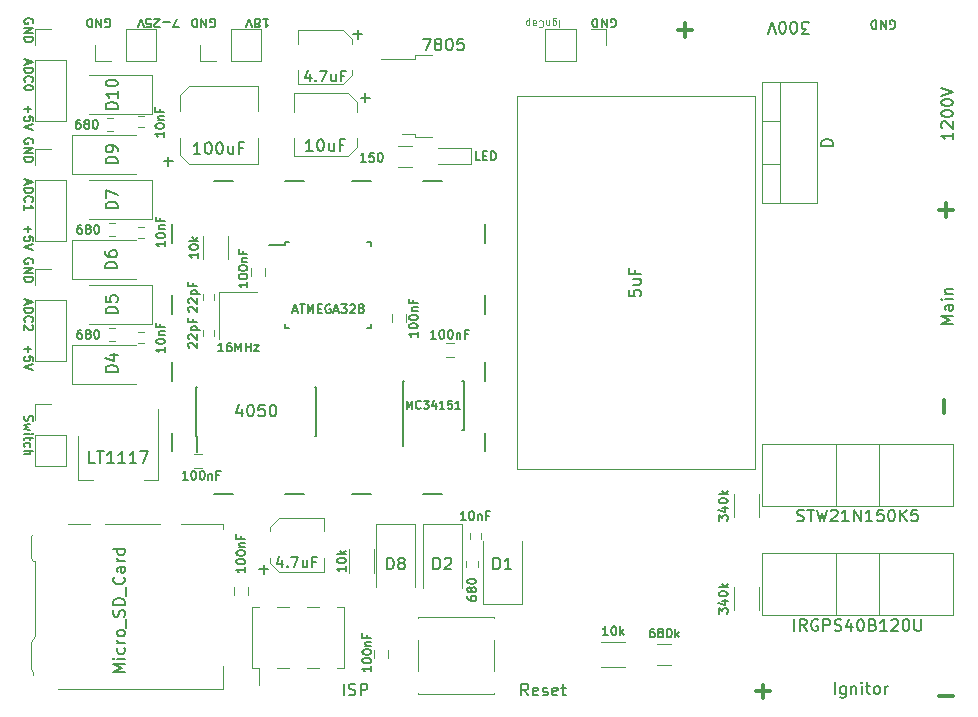
<source format=gbr>
G04 #@! TF.GenerationSoftware,KiCad,Pcbnew,(2017-12-14 revision b47a06e)-master*
G04 #@! TF.CreationDate,2018-01-03T11:33:46-08:00*
G04 #@! TF.ProjectId,Elephant-3,456C657068616E742D332E6B69636164,1*
G04 #@! TF.SameCoordinates,Original*
G04 #@! TF.FileFunction,Legend,Top*
G04 #@! TF.FilePolarity,Positive*
%FSLAX46Y46*%
G04 Gerber Fmt 4.6, Leading zero omitted, Abs format (unit mm)*
G04 Created by KiCad (PCBNEW (2017-12-14 revision b47a06e)-master) date Wednesday, January 03, 2018 'AMt' 11:33:46 AM*
%MOMM*%
%LPD*%
G01*
G04 APERTURE LIST*
%ADD10C,0.300000*%
%ADD11C,0.150000*%
%ADD12C,0.120000*%
%ADD13C,0.100000*%
G04 APERTURE END LIST*
D10*
X197675428Y-126257857D02*
X196532571Y-126257857D01*
X181038571Y-125837142D02*
X182181428Y-125837142D01*
X181610000Y-126408571D02*
X181610000Y-125265714D01*
X196957142Y-102298428D02*
X196957142Y-101155571D01*
X196532571Y-85070142D02*
X197675428Y-85070142D01*
X197104000Y-85641571D02*
X197104000Y-84498714D01*
D11*
X192341428Y-69717000D02*
X192412857Y-69752714D01*
X192520000Y-69752714D01*
X192627142Y-69717000D01*
X192698571Y-69645571D01*
X192734285Y-69574142D01*
X192770000Y-69431285D01*
X192770000Y-69324142D01*
X192734285Y-69181285D01*
X192698571Y-69109857D01*
X192627142Y-69038428D01*
X192520000Y-69002714D01*
X192448571Y-69002714D01*
X192341428Y-69038428D01*
X192305714Y-69074142D01*
X192305714Y-69324142D01*
X192448571Y-69324142D01*
X191984285Y-69002714D02*
X191984285Y-69752714D01*
X191555714Y-69002714D01*
X191555714Y-69752714D01*
X191198571Y-69002714D02*
X191198571Y-69752714D01*
X191020000Y-69752714D01*
X190912857Y-69717000D01*
X190841428Y-69645571D01*
X190805714Y-69574142D01*
X190770000Y-69431285D01*
X190770000Y-69324142D01*
X190805714Y-69181285D01*
X190841428Y-69109857D01*
X190912857Y-69038428D01*
X191020000Y-69002714D01*
X191198571Y-69002714D01*
D10*
X174434571Y-69830142D02*
X175577428Y-69830142D01*
X175006000Y-70401571D02*
X175006000Y-69258714D01*
D11*
X168719428Y-69590000D02*
X168790857Y-69625714D01*
X168898000Y-69625714D01*
X169005142Y-69590000D01*
X169076571Y-69518571D01*
X169112285Y-69447142D01*
X169148000Y-69304285D01*
X169148000Y-69197142D01*
X169112285Y-69054285D01*
X169076571Y-68982857D01*
X169005142Y-68911428D01*
X168898000Y-68875714D01*
X168826571Y-68875714D01*
X168719428Y-68911428D01*
X168683714Y-68947142D01*
X168683714Y-69197142D01*
X168826571Y-69197142D01*
X168362285Y-68875714D02*
X168362285Y-69625714D01*
X167933714Y-68875714D01*
X167933714Y-69625714D01*
X167576571Y-68875714D02*
X167576571Y-69625714D01*
X167398000Y-69625714D01*
X167290857Y-69590000D01*
X167219428Y-69518571D01*
X167183714Y-69447142D01*
X167148000Y-69304285D01*
X167148000Y-69197142D01*
X167183714Y-69054285D01*
X167219428Y-68982857D01*
X167290857Y-68911428D01*
X167398000Y-68875714D01*
X167576571Y-68875714D01*
X134810428Y-69590000D02*
X134881857Y-69625714D01*
X134989000Y-69625714D01*
X135096142Y-69590000D01*
X135167571Y-69518571D01*
X135203285Y-69447142D01*
X135239000Y-69304285D01*
X135239000Y-69197142D01*
X135203285Y-69054285D01*
X135167571Y-68982857D01*
X135096142Y-68911428D01*
X134989000Y-68875714D01*
X134917571Y-68875714D01*
X134810428Y-68911428D01*
X134774714Y-68947142D01*
X134774714Y-69197142D01*
X134917571Y-69197142D01*
X134453285Y-68875714D02*
X134453285Y-69625714D01*
X134024714Y-68875714D01*
X134024714Y-69625714D01*
X133667571Y-68875714D02*
X133667571Y-69625714D01*
X133489000Y-69625714D01*
X133381857Y-69590000D01*
X133310428Y-69518571D01*
X133274714Y-69447142D01*
X133239000Y-69304285D01*
X133239000Y-69197142D01*
X133274714Y-69054285D01*
X133310428Y-68982857D01*
X133381857Y-68911428D01*
X133489000Y-68875714D01*
X133667571Y-68875714D01*
X125920428Y-69590000D02*
X125991857Y-69625714D01*
X126099000Y-69625714D01*
X126206142Y-69590000D01*
X126277571Y-69518571D01*
X126313285Y-69447142D01*
X126349000Y-69304285D01*
X126349000Y-69197142D01*
X126313285Y-69054285D01*
X126277571Y-68982857D01*
X126206142Y-68911428D01*
X126099000Y-68875714D01*
X126027571Y-68875714D01*
X125920428Y-68911428D01*
X125884714Y-68947142D01*
X125884714Y-69197142D01*
X126027571Y-69197142D01*
X125563285Y-68875714D02*
X125563285Y-69625714D01*
X125134714Y-68875714D01*
X125134714Y-69625714D01*
X124777571Y-68875714D02*
X124777571Y-69625714D01*
X124599000Y-69625714D01*
X124491857Y-69590000D01*
X124420428Y-69518571D01*
X124384714Y-69447142D01*
X124349000Y-69304285D01*
X124349000Y-69197142D01*
X124384714Y-69054285D01*
X124420428Y-68982857D01*
X124491857Y-68911428D01*
X124599000Y-68875714D01*
X124777571Y-68875714D01*
X119755000Y-69278571D02*
X119790714Y-69207142D01*
X119790714Y-69100000D01*
X119755000Y-68992857D01*
X119683571Y-68921428D01*
X119612142Y-68885714D01*
X119469285Y-68850000D01*
X119362142Y-68850000D01*
X119219285Y-68885714D01*
X119147857Y-68921428D01*
X119076428Y-68992857D01*
X119040714Y-69100000D01*
X119040714Y-69171428D01*
X119076428Y-69278571D01*
X119112142Y-69314285D01*
X119362142Y-69314285D01*
X119362142Y-69171428D01*
X119040714Y-69635714D02*
X119790714Y-69635714D01*
X119040714Y-70064285D01*
X119790714Y-70064285D01*
X119040714Y-70421428D02*
X119790714Y-70421428D01*
X119790714Y-70600000D01*
X119755000Y-70707142D01*
X119683571Y-70778571D01*
X119612142Y-70814285D01*
X119469285Y-70850000D01*
X119362142Y-70850000D01*
X119219285Y-70814285D01*
X119147857Y-70778571D01*
X119076428Y-70707142D01*
X119040714Y-70600000D01*
X119040714Y-70421428D01*
X119755000Y-89598571D02*
X119790714Y-89527142D01*
X119790714Y-89420000D01*
X119755000Y-89312857D01*
X119683571Y-89241428D01*
X119612142Y-89205714D01*
X119469285Y-89170000D01*
X119362142Y-89170000D01*
X119219285Y-89205714D01*
X119147857Y-89241428D01*
X119076428Y-89312857D01*
X119040714Y-89420000D01*
X119040714Y-89491428D01*
X119076428Y-89598571D01*
X119112142Y-89634285D01*
X119362142Y-89634285D01*
X119362142Y-89491428D01*
X119040714Y-89955714D02*
X119790714Y-89955714D01*
X119040714Y-90384285D01*
X119790714Y-90384285D01*
X119040714Y-90741428D02*
X119790714Y-90741428D01*
X119790714Y-90920000D01*
X119755000Y-91027142D01*
X119683571Y-91098571D01*
X119612142Y-91134285D01*
X119469285Y-91170000D01*
X119362142Y-91170000D01*
X119219285Y-91134285D01*
X119147857Y-91098571D01*
X119076428Y-91027142D01*
X119040714Y-90920000D01*
X119040714Y-90741428D01*
X119755000Y-79438571D02*
X119790714Y-79367142D01*
X119790714Y-79260000D01*
X119755000Y-79152857D01*
X119683571Y-79081428D01*
X119612142Y-79045714D01*
X119469285Y-79010000D01*
X119362142Y-79010000D01*
X119219285Y-79045714D01*
X119147857Y-79081428D01*
X119076428Y-79152857D01*
X119040714Y-79260000D01*
X119040714Y-79331428D01*
X119076428Y-79438571D01*
X119112142Y-79474285D01*
X119362142Y-79474285D01*
X119362142Y-79331428D01*
X119040714Y-79795714D02*
X119790714Y-79795714D01*
X119040714Y-80224285D01*
X119790714Y-80224285D01*
X119040714Y-80581428D02*
X119790714Y-80581428D01*
X119790714Y-80760000D01*
X119755000Y-80867142D01*
X119683571Y-80938571D01*
X119612142Y-80974285D01*
X119469285Y-81010000D01*
X119362142Y-81010000D01*
X119219285Y-80974285D01*
X119147857Y-80938571D01*
X119076428Y-80867142D01*
X119040714Y-80760000D01*
X119040714Y-80581428D01*
X119326428Y-76251714D02*
X119326428Y-76823142D01*
X119040714Y-76537428D02*
X119612142Y-76537428D01*
X119790714Y-77537428D02*
X119790714Y-77180285D01*
X119433571Y-77144571D01*
X119469285Y-77180285D01*
X119505000Y-77251714D01*
X119505000Y-77430285D01*
X119469285Y-77501714D01*
X119433571Y-77537428D01*
X119362142Y-77573142D01*
X119183571Y-77573142D01*
X119112142Y-77537428D01*
X119076428Y-77501714D01*
X119040714Y-77430285D01*
X119040714Y-77251714D01*
X119076428Y-77180285D01*
X119112142Y-77144571D01*
X119790714Y-77787428D02*
X119040714Y-78037428D01*
X119790714Y-78287428D01*
X119326428Y-86411714D02*
X119326428Y-86983142D01*
X119040714Y-86697428D02*
X119612142Y-86697428D01*
X119790714Y-87697428D02*
X119790714Y-87340285D01*
X119433571Y-87304571D01*
X119469285Y-87340285D01*
X119505000Y-87411714D01*
X119505000Y-87590285D01*
X119469285Y-87661714D01*
X119433571Y-87697428D01*
X119362142Y-87733142D01*
X119183571Y-87733142D01*
X119112142Y-87697428D01*
X119076428Y-87661714D01*
X119040714Y-87590285D01*
X119040714Y-87411714D01*
X119076428Y-87340285D01*
X119112142Y-87304571D01*
X119790714Y-87947428D02*
X119040714Y-88197428D01*
X119790714Y-88447428D01*
X119326428Y-96571714D02*
X119326428Y-97143142D01*
X119040714Y-96857428D02*
X119612142Y-96857428D01*
X119790714Y-97857428D02*
X119790714Y-97500285D01*
X119433571Y-97464571D01*
X119469285Y-97500285D01*
X119505000Y-97571714D01*
X119505000Y-97750285D01*
X119469285Y-97821714D01*
X119433571Y-97857428D01*
X119362142Y-97893142D01*
X119183571Y-97893142D01*
X119112142Y-97857428D01*
X119076428Y-97821714D01*
X119040714Y-97750285D01*
X119040714Y-97571714D01*
X119076428Y-97500285D01*
X119112142Y-97464571D01*
X119790714Y-98107428D02*
X119040714Y-98357428D01*
X119790714Y-98607428D01*
D12*
X123590000Y-107955000D02*
X124850000Y-107955000D01*
X130410000Y-107955000D02*
X129150000Y-107955000D01*
X123590000Y-104195000D02*
X123590000Y-107955000D01*
X130410000Y-101945000D02*
X130410000Y-107955000D01*
D11*
X158035000Y-103920000D02*
X158035000Y-105520000D01*
X131525000Y-103920000D02*
X131525000Y-105520000D01*
X158035000Y-97920000D02*
X158035000Y-99520000D01*
X131525000Y-97920000D02*
X131525000Y-99520000D01*
X158035000Y-92250000D02*
X158035000Y-93850000D01*
X131525000Y-92250000D02*
X131525000Y-93850000D01*
X158035000Y-86250000D02*
X158035000Y-87850000D01*
X131525000Y-86250000D02*
X131525000Y-87850000D01*
X152815000Y-109140000D02*
X154415000Y-109140000D01*
X152815000Y-82630000D02*
X154415000Y-82630000D01*
X146815000Y-109140000D02*
X148415000Y-109140000D01*
X146815000Y-82630000D02*
X148415000Y-82630000D01*
X141145000Y-109140000D02*
X142745000Y-109140000D01*
X141145000Y-82630000D02*
X142745000Y-82630000D01*
X135145000Y-109140000D02*
X136745000Y-109140000D01*
X135145000Y-82630000D02*
X136745000Y-82630000D01*
X151145000Y-103675000D02*
X151145000Y-105075000D01*
X156245000Y-103675000D02*
X156245000Y-99525000D01*
X151095000Y-103675000D02*
X151095000Y-99525000D01*
X156245000Y-103675000D02*
X156100000Y-103675000D01*
X156245000Y-99525000D02*
X156100000Y-99525000D01*
X151095000Y-99525000D02*
X151240000Y-99525000D01*
X151095000Y-103675000D02*
X151145000Y-103675000D01*
D12*
X156756000Y-112399000D02*
X156756000Y-112899000D01*
X157696000Y-112899000D02*
X157696000Y-112399000D01*
X156082000Y-111662000D02*
X156082000Y-117062000D01*
X152782000Y-111662000D02*
X152782000Y-117062000D01*
X156082000Y-111662000D02*
X152782000Y-111662000D01*
X156442000Y-114812000D02*
X156442000Y-115312000D01*
X157502000Y-115312000D02*
X157502000Y-114812000D01*
X157862000Y-118462000D02*
X157862000Y-113062000D01*
X161162000Y-118462000D02*
X161162000Y-113062000D01*
X157862000Y-118462000D02*
X161162000Y-118462000D01*
X123092000Y-87631000D02*
X123092000Y-90931000D01*
X123092000Y-90931000D02*
X128492000Y-90931000D01*
X123092000Y-87631000D02*
X128492000Y-87631000D01*
X180875000Y-107030000D02*
X160755000Y-107030000D01*
X180875000Y-75410000D02*
X160755000Y-75410000D01*
X160755000Y-75410000D02*
X160755000Y-107030000D01*
X180875000Y-75410000D02*
X180875000Y-107030000D01*
X181530000Y-84495000D02*
X181530000Y-74255000D01*
X186171000Y-84495000D02*
X186171000Y-74255000D01*
X181530000Y-84495000D02*
X186171000Y-84495000D01*
X181530000Y-74255000D02*
X186171000Y-74255000D01*
X183040000Y-84495000D02*
X183040000Y-74255000D01*
X181530000Y-81225000D02*
X183040000Y-81225000D01*
X181530000Y-77524000D02*
X183040000Y-77524000D01*
X130235000Y-72450000D02*
X130235000Y-69790000D01*
X127635000Y-72450000D02*
X130235000Y-72450000D01*
X127635000Y-69790000D02*
X130235000Y-69790000D01*
X127635000Y-72450000D02*
X127635000Y-69790000D01*
X126365000Y-72450000D02*
X125035000Y-72450000D01*
X125035000Y-72450000D02*
X125035000Y-71120000D01*
X119955000Y-97850000D02*
X122615000Y-97850000D01*
X119955000Y-92710000D02*
X119955000Y-97850000D01*
X122615000Y-92710000D02*
X122615000Y-97850000D01*
X119955000Y-92710000D02*
X122615000Y-92710000D01*
X119955000Y-91440000D02*
X119955000Y-90110000D01*
X119955000Y-90110000D02*
X121285000Y-90110000D01*
X119955000Y-87690000D02*
X122615000Y-87690000D01*
X119955000Y-82550000D02*
X119955000Y-87690000D01*
X122615000Y-82550000D02*
X122615000Y-87690000D01*
X119955000Y-82550000D02*
X122615000Y-82550000D01*
X119955000Y-81280000D02*
X119955000Y-79950000D01*
X119955000Y-79950000D02*
X121285000Y-79950000D01*
X119955000Y-77530000D02*
X122615000Y-77530000D01*
X119955000Y-72390000D02*
X119955000Y-77530000D01*
X122615000Y-72390000D02*
X122615000Y-77530000D01*
X119955000Y-72390000D02*
X122615000Y-72390000D01*
X119955000Y-71120000D02*
X119955000Y-69790000D01*
X119955000Y-69790000D02*
X121285000Y-69790000D01*
X119955000Y-106740000D02*
X122615000Y-106740000D01*
X119955000Y-104140000D02*
X119955000Y-106740000D01*
X122615000Y-104140000D02*
X122615000Y-106740000D01*
X119955000Y-104140000D02*
X122615000Y-104140000D01*
X119955000Y-102870000D02*
X119955000Y-101540000D01*
X119955000Y-101540000D02*
X121285000Y-101540000D01*
X139125000Y-72450000D02*
X139125000Y-69790000D01*
X136525000Y-72450000D02*
X139125000Y-72450000D01*
X136525000Y-69790000D02*
X139125000Y-69790000D01*
X136525000Y-72450000D02*
X136525000Y-69790000D01*
X135255000Y-72450000D02*
X133925000Y-72450000D01*
X133925000Y-72450000D02*
X133925000Y-71120000D01*
X119618000Y-121642000D02*
X119968000Y-121132000D01*
X119818000Y-124152000D02*
X119818000Y-124412000D01*
X119618000Y-123952000D02*
X119818000Y-124152000D01*
X119618000Y-114552000D02*
X119818000Y-114762000D01*
X119968000Y-114762000D02*
X119818000Y-114762000D01*
X119968000Y-114762000D02*
X119968000Y-121132000D01*
X124578000Y-111662000D02*
X122778000Y-111662000D01*
X130578000Y-111662000D02*
X125878000Y-111662000D01*
X119618000Y-112692000D02*
X119818000Y-112492000D01*
X119618000Y-112692000D02*
X119618000Y-114552000D01*
X119618000Y-123952000D02*
X119618000Y-121642000D01*
X135888000Y-111662000D02*
X132278000Y-111662000D01*
X135888000Y-112112000D02*
X135888000Y-111662000D01*
X135888000Y-125632000D02*
X121878000Y-125632000D01*
X135888000Y-123712000D02*
X135888000Y-125632000D01*
X163135000Y-69790000D02*
X163135000Y-72450000D01*
X165735000Y-69790000D02*
X163135000Y-69790000D01*
X165735000Y-72450000D02*
X163135000Y-72450000D01*
X165735000Y-69790000D02*
X165735000Y-72450000D01*
X167005000Y-69790000D02*
X168335000Y-69790000D01*
X168335000Y-69790000D02*
X168335000Y-71120000D01*
X181530000Y-114135000D02*
X197670000Y-114135000D01*
X181530000Y-119406000D02*
X197670000Y-119406000D01*
X181530000Y-114135000D02*
X181530000Y-119406000D01*
X197670000Y-114135000D02*
X197670000Y-119406000D01*
X187796000Y-114135000D02*
X187796000Y-119406000D01*
X191405000Y-114135000D02*
X191405000Y-119406000D01*
X181530000Y-104864000D02*
X197670000Y-104864000D01*
X181530000Y-110135000D02*
X197670000Y-110135000D01*
X181530000Y-104864000D02*
X181530000Y-110135000D01*
X197670000Y-104864000D02*
X197670000Y-110135000D01*
X187796000Y-104864000D02*
X187796000Y-110135000D01*
X191405000Y-104864000D02*
X191405000Y-110135000D01*
D11*
X133609000Y-104183000D02*
X133634000Y-104183000D01*
X133609000Y-100033000D02*
X133714000Y-100033000D01*
X143759000Y-100033000D02*
X143654000Y-100033000D01*
X143759000Y-104183000D02*
X143654000Y-104183000D01*
X133609000Y-104183000D02*
X133609000Y-100033000D01*
X143759000Y-104183000D02*
X143759000Y-100033000D01*
X133634000Y-104183000D02*
X133634000Y-105558000D01*
D12*
X139411000Y-89947000D02*
X139411000Y-90647000D01*
X138211000Y-90647000D02*
X138211000Y-89947000D01*
X151349000Y-93884000D02*
X151349000Y-94584000D01*
X150149000Y-94584000D02*
X150149000Y-93884000D01*
X132969000Y-74551000D02*
X138809000Y-74551000D01*
X132209000Y-75311000D02*
X132969000Y-74551000D01*
X132969000Y-81151000D02*
X132209000Y-80391000D01*
X138809000Y-81151000D02*
X132969000Y-81151000D01*
X132209000Y-75311000D02*
X132209000Y-76731000D01*
X132209000Y-80391000D02*
X132209000Y-78971000D01*
X138809000Y-74551000D02*
X138809000Y-76731000D01*
X138809000Y-81151000D02*
X138809000Y-78971000D01*
X146436000Y-75211000D02*
X141856000Y-75211000D01*
X147196000Y-75971000D02*
X146436000Y-75211000D01*
X146436000Y-80541000D02*
X147196000Y-79781000D01*
X141856000Y-80541000D02*
X146436000Y-80541000D01*
X147196000Y-79781000D02*
X147196000Y-78991000D01*
X147196000Y-75971000D02*
X147196000Y-76761000D01*
X141856000Y-75211000D02*
X141856000Y-76761000D01*
X141856000Y-80541000D02*
X141856000Y-78991000D01*
X129155000Y-95415000D02*
X128655000Y-95415000D01*
X128655000Y-96355000D02*
X129155000Y-96355000D01*
X140593000Y-111121000D02*
X139823000Y-111891000D01*
X140593000Y-111121000D02*
X144403000Y-111121000D01*
X140593000Y-115701000D02*
X139823000Y-114931000D01*
X140593000Y-115701000D02*
X144403000Y-115701000D01*
X139823000Y-114931000D02*
X139823000Y-114531000D01*
X144403000Y-115701000D02*
X144403000Y-114531000D01*
X144403000Y-111121000D02*
X144403000Y-112291000D01*
X139823000Y-111891000D02*
X139823000Y-112291000D01*
X129155000Y-86525000D02*
X128655000Y-86525000D01*
X128655000Y-87465000D02*
X129155000Y-87465000D01*
X135090000Y-92706000D02*
X135090000Y-92206000D01*
X134150000Y-92206000D02*
X134150000Y-92706000D01*
X135090000Y-95754000D02*
X135090000Y-95254000D01*
X134150000Y-95254000D02*
X134150000Y-95754000D01*
X128655000Y-78067000D02*
X129155000Y-78067000D01*
X129155000Y-77127000D02*
X128655000Y-77127000D01*
X133381000Y-105699000D02*
X134081000Y-105699000D01*
X134081000Y-106899000D02*
X133381000Y-106899000D01*
X149825000Y-122320000D02*
X149825000Y-123020000D01*
X148625000Y-123020000D02*
X148625000Y-122320000D01*
X154717000Y-96301000D02*
X155417000Y-96301000D01*
X155417000Y-97501000D02*
X154717000Y-97501000D01*
X138014000Y-116998000D02*
X138014000Y-117698000D01*
X136814000Y-117698000D02*
X136814000Y-116998000D01*
X143000000Y-118685000D02*
X144020000Y-118685000D01*
X143000000Y-123885000D02*
X144020000Y-123885000D01*
X140460000Y-118685000D02*
X141480000Y-118685000D01*
X140460000Y-123885000D02*
X141480000Y-123885000D01*
X145540000Y-118685000D02*
X146110000Y-118685000D01*
X145540000Y-123885000D02*
X146110000Y-123885000D01*
X138370000Y-118685000D02*
X138940000Y-118685000D01*
X138370000Y-123885000D02*
X138940000Y-123885000D01*
X138940000Y-125325000D02*
X138940000Y-123885000D01*
X146110000Y-123885000D02*
X146110000Y-118685000D01*
X138370000Y-123885000D02*
X138370000Y-118685000D01*
X156867000Y-81218000D02*
X154067000Y-81218000D01*
X156867000Y-79818000D02*
X154067000Y-79818000D01*
X156867000Y-81218000D02*
X156867000Y-79818000D01*
X123092000Y-96521000D02*
X128492000Y-96521000D01*
X123092000Y-99821000D02*
X128492000Y-99821000D01*
X123092000Y-96521000D02*
X123092000Y-99821000D01*
X129892000Y-94741000D02*
X129892000Y-91441000D01*
X129892000Y-91441000D02*
X124492000Y-91441000D01*
X129892000Y-94741000D02*
X124492000Y-94741000D01*
X129892000Y-85851000D02*
X124492000Y-85851000D01*
X129892000Y-82551000D02*
X124492000Y-82551000D01*
X129892000Y-85851000D02*
X129892000Y-82551000D01*
X152145000Y-111630000D02*
X148845000Y-111630000D01*
X148845000Y-111630000D02*
X148845000Y-117030000D01*
X152145000Y-111630000D02*
X152145000Y-117030000D01*
X123092000Y-78741000D02*
X123092000Y-82041000D01*
X123092000Y-82041000D02*
X128492000Y-82041000D01*
X123092000Y-78741000D02*
X128492000Y-78741000D01*
X129892000Y-76961000D02*
X124492000Y-76961000D01*
X129892000Y-73661000D02*
X124492000Y-73661000D01*
X129892000Y-76961000D02*
X129892000Y-73661000D01*
X151857000Y-81398000D02*
X150657000Y-81398000D01*
X150657000Y-79638000D02*
X151857000Y-79638000D01*
X126242000Y-96161000D02*
X126742000Y-96161000D01*
X126742000Y-95101000D02*
X126242000Y-95101000D01*
X126742000Y-86211000D02*
X126242000Y-86211000D01*
X126242000Y-87271000D02*
X126742000Y-87271000D01*
X136325000Y-87265000D02*
X136325000Y-89265000D01*
X134185000Y-89265000D02*
X134185000Y-87265000D01*
X148644000Y-113808000D02*
X148644000Y-115808000D01*
X146504000Y-115808000D02*
X146504000Y-113808000D01*
X126057000Y-78381000D02*
X126557000Y-78381000D01*
X126557000Y-77321000D02*
X126057000Y-77321000D01*
X181283000Y-116983000D02*
X181283000Y-118983000D01*
X179143000Y-118983000D02*
X179143000Y-116983000D01*
X169910000Y-123752000D02*
X167910000Y-123752000D01*
X167910000Y-121612000D02*
X169910000Y-121612000D01*
X179143000Y-111109000D02*
X179143000Y-109109000D01*
X181283000Y-109109000D02*
X181283000Y-111109000D01*
X173828000Y-123562000D02*
X172628000Y-123562000D01*
X172628000Y-121802000D02*
X173828000Y-121802000D01*
X158805000Y-119579000D02*
X152345000Y-119579000D01*
X158805000Y-124109000D02*
X158805000Y-121509000D01*
X158805000Y-126039000D02*
X152345000Y-126039000D01*
X152345000Y-124109000D02*
X152345000Y-121509000D01*
X158805000Y-126009000D02*
X158805000Y-126039000D01*
X158805000Y-119579000D02*
X158805000Y-119609000D01*
X152345000Y-119579000D02*
X152345000Y-119609000D01*
X152345000Y-126039000D02*
X152345000Y-126009000D01*
D11*
X141155000Y-88040000D02*
X139730000Y-88040000D01*
X148405000Y-87815000D02*
X148080000Y-87815000D01*
X148405000Y-95065000D02*
X148080000Y-95065000D01*
X141155000Y-95065000D02*
X141480000Y-95065000D01*
X141155000Y-87815000D02*
X141480000Y-87815000D01*
X141155000Y-95065000D02*
X141155000Y-94740000D01*
X148405000Y-95065000D02*
X148405000Y-94740000D01*
X148405000Y-87815000D02*
X148405000Y-88140000D01*
X141155000Y-87815000D02*
X141155000Y-88040000D01*
D12*
X146046000Y-74426000D02*
X146816000Y-73656000D01*
X146046000Y-74426000D02*
X142236000Y-74426000D01*
X146046000Y-69846000D02*
X146816000Y-70616000D01*
X146046000Y-69846000D02*
X142236000Y-69846000D01*
X146816000Y-70616000D02*
X146816000Y-71016000D01*
X142236000Y-69846000D02*
X142236000Y-71016000D01*
X142236000Y-74426000D02*
X142236000Y-73256000D01*
X146816000Y-73656000D02*
X146816000Y-73256000D01*
X135560000Y-91980000D02*
X135560000Y-95980000D01*
X138760000Y-91980000D02*
X135560000Y-91980000D01*
X152089000Y-78618000D02*
X150989000Y-78618000D01*
X152089000Y-78888000D02*
X152089000Y-78618000D01*
X153589000Y-78888000D02*
X152089000Y-78888000D01*
X152089000Y-72258000D02*
X149259000Y-72258000D01*
X152089000Y-71988000D02*
X152089000Y-72258000D01*
X153589000Y-71988000D02*
X152089000Y-71988000D01*
D11*
X125023809Y-106497380D02*
X124547619Y-106497380D01*
X124547619Y-105497380D01*
X125214285Y-105497380D02*
X125785714Y-105497380D01*
X125500000Y-106497380D02*
X125500000Y-105497380D01*
X126642857Y-106497380D02*
X126071428Y-106497380D01*
X126357142Y-106497380D02*
X126357142Y-105497380D01*
X126261904Y-105640238D01*
X126166666Y-105735476D01*
X126071428Y-105783095D01*
X127595238Y-106497380D02*
X127023809Y-106497380D01*
X127309523Y-106497380D02*
X127309523Y-105497380D01*
X127214285Y-105640238D01*
X127119047Y-105735476D01*
X127023809Y-105783095D01*
X128547619Y-106497380D02*
X127976190Y-106497380D01*
X128261904Y-106497380D02*
X128261904Y-105497380D01*
X128166666Y-105640238D01*
X128071428Y-105735476D01*
X127976190Y-105783095D01*
X128880952Y-105497380D02*
X129547619Y-105497380D01*
X129119047Y-106497380D01*
X151420000Y-101916666D02*
X151420000Y-101216666D01*
X151653333Y-101716666D01*
X151886666Y-101216666D01*
X151886666Y-101916666D01*
X152620000Y-101850000D02*
X152586666Y-101883333D01*
X152486666Y-101916666D01*
X152420000Y-101916666D01*
X152320000Y-101883333D01*
X152253333Y-101816666D01*
X152220000Y-101750000D01*
X152186666Y-101616666D01*
X152186666Y-101516666D01*
X152220000Y-101383333D01*
X152253333Y-101316666D01*
X152320000Y-101250000D01*
X152420000Y-101216666D01*
X152486666Y-101216666D01*
X152586666Y-101250000D01*
X152620000Y-101283333D01*
X152853333Y-101216666D02*
X153286666Y-101216666D01*
X153053333Y-101483333D01*
X153153333Y-101483333D01*
X153220000Y-101516666D01*
X153253333Y-101550000D01*
X153286666Y-101616666D01*
X153286666Y-101783333D01*
X153253333Y-101850000D01*
X153220000Y-101883333D01*
X153153333Y-101916666D01*
X152953333Y-101916666D01*
X152886666Y-101883333D01*
X152853333Y-101850000D01*
X153886666Y-101450000D02*
X153886666Y-101916666D01*
X153720000Y-101183333D02*
X153553333Y-101683333D01*
X153986666Y-101683333D01*
X154620000Y-101916666D02*
X154220000Y-101916666D01*
X154420000Y-101916666D02*
X154420000Y-101216666D01*
X154353333Y-101316666D01*
X154286666Y-101383333D01*
X154220000Y-101416666D01*
X155253333Y-101216666D02*
X154920000Y-101216666D01*
X154886666Y-101550000D01*
X154920000Y-101516666D01*
X154986666Y-101483333D01*
X155153333Y-101483333D01*
X155220000Y-101516666D01*
X155253333Y-101550000D01*
X155286666Y-101616666D01*
X155286666Y-101783333D01*
X155253333Y-101850000D01*
X155220000Y-101883333D01*
X155153333Y-101916666D01*
X154986666Y-101916666D01*
X154920000Y-101883333D01*
X154886666Y-101850000D01*
X155953333Y-101916666D02*
X155553333Y-101916666D01*
X155753333Y-101916666D02*
X155753333Y-101216666D01*
X155686666Y-101316666D01*
X155620000Y-101383333D01*
X155553333Y-101416666D01*
X156422428Y-111337285D02*
X155993857Y-111337285D01*
X156208142Y-111337285D02*
X156208142Y-110587285D01*
X156136714Y-110694428D01*
X156065285Y-110765857D01*
X155993857Y-110801571D01*
X156886714Y-110587285D02*
X156958142Y-110587285D01*
X157029571Y-110623000D01*
X157065285Y-110658714D01*
X157101000Y-110730142D01*
X157136714Y-110873000D01*
X157136714Y-111051571D01*
X157101000Y-111194428D01*
X157065285Y-111265857D01*
X157029571Y-111301571D01*
X156958142Y-111337285D01*
X156886714Y-111337285D01*
X156815285Y-111301571D01*
X156779571Y-111265857D01*
X156743857Y-111194428D01*
X156708142Y-111051571D01*
X156708142Y-110873000D01*
X156743857Y-110730142D01*
X156779571Y-110658714D01*
X156815285Y-110623000D01*
X156886714Y-110587285D01*
X157458142Y-110837285D02*
X157458142Y-111337285D01*
X157458142Y-110908714D02*
X157493857Y-110873000D01*
X157565285Y-110837285D01*
X157672428Y-110837285D01*
X157743857Y-110873000D01*
X157779571Y-110944428D01*
X157779571Y-111337285D01*
X158386714Y-110944428D02*
X158136714Y-110944428D01*
X158136714Y-111337285D02*
X158136714Y-110587285D01*
X158493857Y-110587285D01*
X153693904Y-115514380D02*
X153693904Y-114514380D01*
X153932000Y-114514380D01*
X154074857Y-114562000D01*
X154170095Y-114657238D01*
X154217714Y-114752476D01*
X154265333Y-114942952D01*
X154265333Y-115085809D01*
X154217714Y-115276285D01*
X154170095Y-115371523D01*
X154074857Y-115466761D01*
X153932000Y-115514380D01*
X153693904Y-115514380D01*
X154646285Y-114609619D02*
X154693904Y-114562000D01*
X154789142Y-114514380D01*
X155027238Y-114514380D01*
X155122476Y-114562000D01*
X155170095Y-114609619D01*
X155217714Y-114704857D01*
X155217714Y-114800095D01*
X155170095Y-114942952D01*
X154598666Y-115514380D01*
X155217714Y-115514380D01*
X156561285Y-117792428D02*
X156561285Y-117935285D01*
X156597000Y-118006714D01*
X156632714Y-118042428D01*
X156739857Y-118113857D01*
X156882714Y-118149571D01*
X157168428Y-118149571D01*
X157239857Y-118113857D01*
X157275571Y-118078142D01*
X157311285Y-118006714D01*
X157311285Y-117863857D01*
X157275571Y-117792428D01*
X157239857Y-117756714D01*
X157168428Y-117721000D01*
X156989857Y-117721000D01*
X156918428Y-117756714D01*
X156882714Y-117792428D01*
X156847000Y-117863857D01*
X156847000Y-118006714D01*
X156882714Y-118078142D01*
X156918428Y-118113857D01*
X156989857Y-118149571D01*
X156882714Y-117292428D02*
X156847000Y-117363857D01*
X156811285Y-117399571D01*
X156739857Y-117435285D01*
X156704142Y-117435285D01*
X156632714Y-117399571D01*
X156597000Y-117363857D01*
X156561285Y-117292428D01*
X156561285Y-117149571D01*
X156597000Y-117078142D01*
X156632714Y-117042428D01*
X156704142Y-117006714D01*
X156739857Y-117006714D01*
X156811285Y-117042428D01*
X156847000Y-117078142D01*
X156882714Y-117149571D01*
X156882714Y-117292428D01*
X156918428Y-117363857D01*
X156954142Y-117399571D01*
X157025571Y-117435285D01*
X157168428Y-117435285D01*
X157239857Y-117399571D01*
X157275571Y-117363857D01*
X157311285Y-117292428D01*
X157311285Y-117149571D01*
X157275571Y-117078142D01*
X157239857Y-117042428D01*
X157168428Y-117006714D01*
X157025571Y-117006714D01*
X156954142Y-117042428D01*
X156918428Y-117078142D01*
X156882714Y-117149571D01*
X156561285Y-116542428D02*
X156561285Y-116471000D01*
X156597000Y-116399571D01*
X156632714Y-116363857D01*
X156704142Y-116328142D01*
X156847000Y-116292428D01*
X157025571Y-116292428D01*
X157168428Y-116328142D01*
X157239857Y-116363857D01*
X157275571Y-116399571D01*
X157311285Y-116471000D01*
X157311285Y-116542428D01*
X157275571Y-116613857D01*
X157239857Y-116649571D01*
X157168428Y-116685285D01*
X157025571Y-116721000D01*
X156847000Y-116721000D01*
X156704142Y-116685285D01*
X156632714Y-116649571D01*
X156597000Y-116613857D01*
X156561285Y-116542428D01*
X158773904Y-115514380D02*
X158773904Y-114514380D01*
X159012000Y-114514380D01*
X159154857Y-114562000D01*
X159250095Y-114657238D01*
X159297714Y-114752476D01*
X159345333Y-114942952D01*
X159345333Y-115085809D01*
X159297714Y-115276285D01*
X159250095Y-115371523D01*
X159154857Y-115466761D01*
X159012000Y-115514380D01*
X158773904Y-115514380D01*
X160297714Y-115514380D02*
X159726285Y-115514380D01*
X160012000Y-115514380D02*
X160012000Y-114514380D01*
X159916761Y-114657238D01*
X159821523Y-114752476D01*
X159726285Y-114800095D01*
X126880880Y-90019095D02*
X125880880Y-90019095D01*
X125880880Y-89781000D01*
X125928500Y-89638142D01*
X126023738Y-89542904D01*
X126118976Y-89495285D01*
X126309452Y-89447666D01*
X126452309Y-89447666D01*
X126642785Y-89495285D01*
X126738023Y-89542904D01*
X126833261Y-89638142D01*
X126880880Y-89781000D01*
X126880880Y-90019095D01*
X125880880Y-88590523D02*
X125880880Y-88781000D01*
X125928500Y-88876238D01*
X125976119Y-88923857D01*
X126118976Y-89019095D01*
X126309452Y-89066714D01*
X126690404Y-89066714D01*
X126785642Y-89019095D01*
X126833261Y-88971476D01*
X126880880Y-88876238D01*
X126880880Y-88685761D01*
X126833261Y-88590523D01*
X126785642Y-88542904D01*
X126690404Y-88495285D01*
X126452309Y-88495285D01*
X126357071Y-88542904D01*
X126309452Y-88590523D01*
X126261833Y-88685761D01*
X126261833Y-88876238D01*
X126309452Y-88971476D01*
X126357071Y-89019095D01*
X126452309Y-89066714D01*
X170267380Y-91862857D02*
X170267380Y-92339047D01*
X170743571Y-92386666D01*
X170695952Y-92339047D01*
X170648333Y-92243809D01*
X170648333Y-92005714D01*
X170695952Y-91910476D01*
X170743571Y-91862857D01*
X170838809Y-91815238D01*
X171076904Y-91815238D01*
X171172142Y-91862857D01*
X171219761Y-91910476D01*
X171267380Y-92005714D01*
X171267380Y-92243809D01*
X171219761Y-92339047D01*
X171172142Y-92386666D01*
X170600714Y-90958095D02*
X171267380Y-90958095D01*
X170600714Y-91386666D02*
X171124523Y-91386666D01*
X171219761Y-91339047D01*
X171267380Y-91243809D01*
X171267380Y-91100952D01*
X171219761Y-91005714D01*
X171172142Y-90958095D01*
X170743571Y-90148571D02*
X170743571Y-90481904D01*
X171267380Y-90481904D02*
X170267380Y-90481904D01*
X170267380Y-90005714D01*
X187523380Y-79636904D02*
X186523380Y-79636904D01*
X186523380Y-79398809D01*
X186571000Y-79255952D01*
X186666238Y-79160714D01*
X186761476Y-79113095D01*
X186951952Y-79065476D01*
X187094809Y-79065476D01*
X187285285Y-79113095D01*
X187380523Y-79160714D01*
X187475761Y-79255952D01*
X187523380Y-79398809D01*
X187523380Y-79636904D01*
X132179000Y-69625714D02*
X131679000Y-69625714D01*
X132000428Y-68875714D01*
X131393285Y-69161428D02*
X130821857Y-69161428D01*
X130500428Y-69554285D02*
X130464714Y-69590000D01*
X130393285Y-69625714D01*
X130214714Y-69625714D01*
X130143285Y-69590000D01*
X130107571Y-69554285D01*
X130071857Y-69482857D01*
X130071857Y-69411428D01*
X130107571Y-69304285D01*
X130536142Y-68875714D01*
X130071857Y-68875714D01*
X129393285Y-69625714D02*
X129750428Y-69625714D01*
X129786142Y-69268571D01*
X129750428Y-69304285D01*
X129679000Y-69340000D01*
X129500428Y-69340000D01*
X129429000Y-69304285D01*
X129393285Y-69268571D01*
X129357571Y-69197142D01*
X129357571Y-69018571D01*
X129393285Y-68947142D01*
X129429000Y-68911428D01*
X129500428Y-68875714D01*
X129679000Y-68875714D01*
X129750428Y-68911428D01*
X129786142Y-68947142D01*
X129143285Y-69625714D02*
X128893285Y-68875714D01*
X128643285Y-69625714D01*
X119255000Y-92694285D02*
X119255000Y-93051428D01*
X119040714Y-92622857D02*
X119790714Y-92872857D01*
X119040714Y-93122857D01*
X119040714Y-93372857D02*
X119790714Y-93372857D01*
X119790714Y-93551428D01*
X119755000Y-93658571D01*
X119683571Y-93730000D01*
X119612142Y-93765714D01*
X119469285Y-93801428D01*
X119362142Y-93801428D01*
X119219285Y-93765714D01*
X119147857Y-93730000D01*
X119076428Y-93658571D01*
X119040714Y-93551428D01*
X119040714Y-93372857D01*
X119112142Y-94551428D02*
X119076428Y-94515714D01*
X119040714Y-94408571D01*
X119040714Y-94337142D01*
X119076428Y-94230000D01*
X119147857Y-94158571D01*
X119219285Y-94122857D01*
X119362142Y-94087142D01*
X119469285Y-94087142D01*
X119612142Y-94122857D01*
X119683571Y-94158571D01*
X119755000Y-94230000D01*
X119790714Y-94337142D01*
X119790714Y-94408571D01*
X119755000Y-94515714D01*
X119719285Y-94551428D01*
X119719285Y-94837142D02*
X119755000Y-94872857D01*
X119790714Y-94944285D01*
X119790714Y-95122857D01*
X119755000Y-95194285D01*
X119719285Y-95230000D01*
X119647857Y-95265714D01*
X119576428Y-95265714D01*
X119469285Y-95230000D01*
X119040714Y-94801428D01*
X119040714Y-95265714D01*
X119255000Y-82534285D02*
X119255000Y-82891428D01*
X119040714Y-82462857D02*
X119790714Y-82712857D01*
X119040714Y-82962857D01*
X119040714Y-83212857D02*
X119790714Y-83212857D01*
X119790714Y-83391428D01*
X119755000Y-83498571D01*
X119683571Y-83570000D01*
X119612142Y-83605714D01*
X119469285Y-83641428D01*
X119362142Y-83641428D01*
X119219285Y-83605714D01*
X119147857Y-83570000D01*
X119076428Y-83498571D01*
X119040714Y-83391428D01*
X119040714Y-83212857D01*
X119112142Y-84391428D02*
X119076428Y-84355714D01*
X119040714Y-84248571D01*
X119040714Y-84177142D01*
X119076428Y-84070000D01*
X119147857Y-83998571D01*
X119219285Y-83962857D01*
X119362142Y-83927142D01*
X119469285Y-83927142D01*
X119612142Y-83962857D01*
X119683571Y-83998571D01*
X119755000Y-84070000D01*
X119790714Y-84177142D01*
X119790714Y-84248571D01*
X119755000Y-84355714D01*
X119719285Y-84391428D01*
X119040714Y-85105714D02*
X119040714Y-84677142D01*
X119040714Y-84891428D02*
X119790714Y-84891428D01*
X119683571Y-84820000D01*
X119612142Y-84748571D01*
X119576428Y-84677142D01*
X119255000Y-72374285D02*
X119255000Y-72731428D01*
X119040714Y-72302857D02*
X119790714Y-72552857D01*
X119040714Y-72802857D01*
X119040714Y-73052857D02*
X119790714Y-73052857D01*
X119790714Y-73231428D01*
X119755000Y-73338571D01*
X119683571Y-73410000D01*
X119612142Y-73445714D01*
X119469285Y-73481428D01*
X119362142Y-73481428D01*
X119219285Y-73445714D01*
X119147857Y-73410000D01*
X119076428Y-73338571D01*
X119040714Y-73231428D01*
X119040714Y-73052857D01*
X119112142Y-74231428D02*
X119076428Y-74195714D01*
X119040714Y-74088571D01*
X119040714Y-74017142D01*
X119076428Y-73910000D01*
X119147857Y-73838571D01*
X119219285Y-73802857D01*
X119362142Y-73767142D01*
X119469285Y-73767142D01*
X119612142Y-73802857D01*
X119683571Y-73838571D01*
X119755000Y-73910000D01*
X119790714Y-74017142D01*
X119790714Y-74088571D01*
X119755000Y-74195714D01*
X119719285Y-74231428D01*
X119790714Y-74695714D02*
X119790714Y-74767142D01*
X119755000Y-74838571D01*
X119719285Y-74874285D01*
X119647857Y-74910000D01*
X119505000Y-74945714D01*
X119326428Y-74945714D01*
X119183571Y-74910000D01*
X119112142Y-74874285D01*
X119076428Y-74838571D01*
X119040714Y-74767142D01*
X119040714Y-74695714D01*
X119076428Y-74624285D01*
X119112142Y-74588571D01*
X119183571Y-74552857D01*
X119326428Y-74517142D01*
X119505000Y-74517142D01*
X119647857Y-74552857D01*
X119719285Y-74588571D01*
X119755000Y-74624285D01*
X119790714Y-74695714D01*
X119076428Y-102479285D02*
X119040714Y-102586428D01*
X119040714Y-102765000D01*
X119076428Y-102836428D01*
X119112142Y-102872142D01*
X119183571Y-102907857D01*
X119255000Y-102907857D01*
X119326428Y-102872142D01*
X119362142Y-102836428D01*
X119397857Y-102765000D01*
X119433571Y-102622142D01*
X119469285Y-102550714D01*
X119505000Y-102515000D01*
X119576428Y-102479285D01*
X119647857Y-102479285D01*
X119719285Y-102515000D01*
X119755000Y-102550714D01*
X119790714Y-102622142D01*
X119790714Y-102800714D01*
X119755000Y-102907857D01*
X119540714Y-103157857D02*
X119040714Y-103300714D01*
X119397857Y-103443571D01*
X119040714Y-103586428D01*
X119540714Y-103729285D01*
X119040714Y-104015000D02*
X119540714Y-104015000D01*
X119790714Y-104015000D02*
X119755000Y-103979285D01*
X119719285Y-104015000D01*
X119755000Y-104050714D01*
X119790714Y-104015000D01*
X119719285Y-104015000D01*
X119540714Y-104265000D02*
X119540714Y-104550714D01*
X119790714Y-104372142D02*
X119147857Y-104372142D01*
X119076428Y-104407857D01*
X119040714Y-104479285D01*
X119040714Y-104550714D01*
X119076428Y-105122142D02*
X119040714Y-105050714D01*
X119040714Y-104907857D01*
X119076428Y-104836428D01*
X119112142Y-104800714D01*
X119183571Y-104765000D01*
X119397857Y-104765000D01*
X119469285Y-104800714D01*
X119505000Y-104836428D01*
X119540714Y-104907857D01*
X119540714Y-105050714D01*
X119505000Y-105122142D01*
X119040714Y-105443571D02*
X119790714Y-105443571D01*
X119040714Y-105765000D02*
X119433571Y-105765000D01*
X119505000Y-105729285D01*
X119540714Y-105657857D01*
X119540714Y-105550714D01*
X119505000Y-105479285D01*
X119469285Y-105443571D01*
X139275285Y-68875714D02*
X139703857Y-68875714D01*
X139489571Y-68875714D02*
X139489571Y-69625714D01*
X139561000Y-69518571D01*
X139632428Y-69447142D01*
X139703857Y-69411428D01*
X138846714Y-69304285D02*
X138918142Y-69340000D01*
X138953857Y-69375714D01*
X138989571Y-69447142D01*
X138989571Y-69482857D01*
X138953857Y-69554285D01*
X138918142Y-69590000D01*
X138846714Y-69625714D01*
X138703857Y-69625714D01*
X138632428Y-69590000D01*
X138596714Y-69554285D01*
X138561000Y-69482857D01*
X138561000Y-69447142D01*
X138596714Y-69375714D01*
X138632428Y-69340000D01*
X138703857Y-69304285D01*
X138846714Y-69304285D01*
X138918142Y-69268571D01*
X138953857Y-69232857D01*
X138989571Y-69161428D01*
X138989571Y-69018571D01*
X138953857Y-68947142D01*
X138918142Y-68911428D01*
X138846714Y-68875714D01*
X138703857Y-68875714D01*
X138632428Y-68911428D01*
X138596714Y-68947142D01*
X138561000Y-69018571D01*
X138561000Y-69161428D01*
X138596714Y-69232857D01*
X138632428Y-69268571D01*
X138703857Y-69304285D01*
X138346714Y-69625714D02*
X138096714Y-68875714D01*
X137846714Y-69625714D01*
X185483285Y-70143619D02*
X184864238Y-70143619D01*
X185197571Y-69762666D01*
X185054714Y-69762666D01*
X184959476Y-69715047D01*
X184911857Y-69667428D01*
X184864238Y-69572190D01*
X184864238Y-69334095D01*
X184911857Y-69238857D01*
X184959476Y-69191238D01*
X185054714Y-69143619D01*
X185340428Y-69143619D01*
X185435666Y-69191238D01*
X185483285Y-69238857D01*
X184245190Y-70143619D02*
X184149952Y-70143619D01*
X184054714Y-70096000D01*
X184007095Y-70048380D01*
X183959476Y-69953142D01*
X183911857Y-69762666D01*
X183911857Y-69524571D01*
X183959476Y-69334095D01*
X184007095Y-69238857D01*
X184054714Y-69191238D01*
X184149952Y-69143619D01*
X184245190Y-69143619D01*
X184340428Y-69191238D01*
X184388047Y-69238857D01*
X184435666Y-69334095D01*
X184483285Y-69524571D01*
X184483285Y-69762666D01*
X184435666Y-69953142D01*
X184388047Y-70048380D01*
X184340428Y-70096000D01*
X184245190Y-70143619D01*
X183292809Y-70143619D02*
X183197571Y-70143619D01*
X183102333Y-70096000D01*
X183054714Y-70048380D01*
X183007095Y-69953142D01*
X182959476Y-69762666D01*
X182959476Y-69524571D01*
X183007095Y-69334095D01*
X183054714Y-69238857D01*
X183102333Y-69191238D01*
X183197571Y-69143619D01*
X183292809Y-69143619D01*
X183388047Y-69191238D01*
X183435666Y-69238857D01*
X183483285Y-69334095D01*
X183530904Y-69524571D01*
X183530904Y-69762666D01*
X183483285Y-69953142D01*
X183435666Y-70048380D01*
X183388047Y-70096000D01*
X183292809Y-70143619D01*
X182673761Y-70143619D02*
X182340428Y-69143619D01*
X182007095Y-70143619D01*
X197683380Y-78533428D02*
X197683380Y-79104857D01*
X197683380Y-78819142D02*
X196683380Y-78819142D01*
X196826238Y-78914380D01*
X196921476Y-79009619D01*
X196969095Y-79104857D01*
X196778619Y-78152476D02*
X196731000Y-78104857D01*
X196683380Y-78009619D01*
X196683380Y-77771523D01*
X196731000Y-77676285D01*
X196778619Y-77628666D01*
X196873857Y-77581047D01*
X196969095Y-77581047D01*
X197111952Y-77628666D01*
X197683380Y-78200095D01*
X197683380Y-77581047D01*
X196683380Y-76962000D02*
X196683380Y-76866761D01*
X196731000Y-76771523D01*
X196778619Y-76723904D01*
X196873857Y-76676285D01*
X197064333Y-76628666D01*
X197302428Y-76628666D01*
X197492904Y-76676285D01*
X197588142Y-76723904D01*
X197635761Y-76771523D01*
X197683380Y-76866761D01*
X197683380Y-76962000D01*
X197635761Y-77057238D01*
X197588142Y-77104857D01*
X197492904Y-77152476D01*
X197302428Y-77200095D01*
X197064333Y-77200095D01*
X196873857Y-77152476D01*
X196778619Y-77104857D01*
X196731000Y-77057238D01*
X196683380Y-76962000D01*
X196683380Y-76009619D02*
X196683380Y-75914380D01*
X196731000Y-75819142D01*
X196778619Y-75771523D01*
X196873857Y-75723904D01*
X197064333Y-75676285D01*
X197302428Y-75676285D01*
X197492904Y-75723904D01*
X197588142Y-75771523D01*
X197635761Y-75819142D01*
X197683380Y-75914380D01*
X197683380Y-76009619D01*
X197635761Y-76104857D01*
X197588142Y-76152476D01*
X197492904Y-76200095D01*
X197302428Y-76247714D01*
X197064333Y-76247714D01*
X196873857Y-76200095D01*
X196778619Y-76152476D01*
X196731000Y-76104857D01*
X196683380Y-76009619D01*
X196683380Y-75390571D02*
X197683380Y-75057238D01*
X196683380Y-74723904D01*
X187674523Y-126055380D02*
X187674523Y-125055380D01*
X188579285Y-125388714D02*
X188579285Y-126198238D01*
X188531666Y-126293476D01*
X188484047Y-126341095D01*
X188388809Y-126388714D01*
X188245952Y-126388714D01*
X188150714Y-126341095D01*
X188579285Y-126007761D02*
X188484047Y-126055380D01*
X188293571Y-126055380D01*
X188198333Y-126007761D01*
X188150714Y-125960142D01*
X188103095Y-125864904D01*
X188103095Y-125579190D01*
X188150714Y-125483952D01*
X188198333Y-125436333D01*
X188293571Y-125388714D01*
X188484047Y-125388714D01*
X188579285Y-125436333D01*
X189055476Y-125388714D02*
X189055476Y-126055380D01*
X189055476Y-125483952D02*
X189103095Y-125436333D01*
X189198333Y-125388714D01*
X189341190Y-125388714D01*
X189436428Y-125436333D01*
X189484047Y-125531571D01*
X189484047Y-126055380D01*
X189960238Y-126055380D02*
X189960238Y-125388714D01*
X189960238Y-125055380D02*
X189912619Y-125103000D01*
X189960238Y-125150619D01*
X190007857Y-125103000D01*
X189960238Y-125055380D01*
X189960238Y-125150619D01*
X190293571Y-125388714D02*
X190674523Y-125388714D01*
X190436428Y-125055380D02*
X190436428Y-125912523D01*
X190484047Y-126007761D01*
X190579285Y-126055380D01*
X190674523Y-126055380D01*
X191150714Y-126055380D02*
X191055476Y-126007761D01*
X191007857Y-125960142D01*
X190960238Y-125864904D01*
X190960238Y-125579190D01*
X191007857Y-125483952D01*
X191055476Y-125436333D01*
X191150714Y-125388714D01*
X191293571Y-125388714D01*
X191388809Y-125436333D01*
X191436428Y-125483952D01*
X191484047Y-125579190D01*
X191484047Y-125864904D01*
X191436428Y-125960142D01*
X191388809Y-126007761D01*
X191293571Y-126055380D01*
X191150714Y-126055380D01*
X191912619Y-126055380D02*
X191912619Y-125388714D01*
X191912619Y-125579190D02*
X191960238Y-125483952D01*
X192007857Y-125436333D01*
X192103095Y-125388714D01*
X192198333Y-125388714D01*
X127579380Y-124213285D02*
X126579380Y-124213285D01*
X127293666Y-123879952D01*
X126579380Y-123546619D01*
X127579380Y-123546619D01*
X127579380Y-123070428D02*
X126912714Y-123070428D01*
X126579380Y-123070428D02*
X126627000Y-123118047D01*
X126674619Y-123070428D01*
X126627000Y-123022809D01*
X126579380Y-123070428D01*
X126674619Y-123070428D01*
X127531761Y-122165666D02*
X127579380Y-122260904D01*
X127579380Y-122451380D01*
X127531761Y-122546619D01*
X127484142Y-122594238D01*
X127388904Y-122641857D01*
X127103190Y-122641857D01*
X127007952Y-122594238D01*
X126960333Y-122546619D01*
X126912714Y-122451380D01*
X126912714Y-122260904D01*
X126960333Y-122165666D01*
X127579380Y-121737095D02*
X126912714Y-121737095D01*
X127103190Y-121737095D02*
X127007952Y-121689476D01*
X126960333Y-121641857D01*
X126912714Y-121546619D01*
X126912714Y-121451380D01*
X127579380Y-120975190D02*
X127531761Y-121070428D01*
X127484142Y-121118047D01*
X127388904Y-121165666D01*
X127103190Y-121165666D01*
X127007952Y-121118047D01*
X126960333Y-121070428D01*
X126912714Y-120975190D01*
X126912714Y-120832333D01*
X126960333Y-120737095D01*
X127007952Y-120689476D01*
X127103190Y-120641857D01*
X127388904Y-120641857D01*
X127484142Y-120689476D01*
X127531761Y-120737095D01*
X127579380Y-120832333D01*
X127579380Y-120975190D01*
X127674619Y-120451380D02*
X127674619Y-119689476D01*
X127531761Y-119499000D02*
X127579380Y-119356142D01*
X127579380Y-119118047D01*
X127531761Y-119022809D01*
X127484142Y-118975190D01*
X127388904Y-118927571D01*
X127293666Y-118927571D01*
X127198428Y-118975190D01*
X127150809Y-119022809D01*
X127103190Y-119118047D01*
X127055571Y-119308523D01*
X127007952Y-119403761D01*
X126960333Y-119451380D01*
X126865095Y-119499000D01*
X126769857Y-119499000D01*
X126674619Y-119451380D01*
X126627000Y-119403761D01*
X126579380Y-119308523D01*
X126579380Y-119070428D01*
X126627000Y-118927571D01*
X127579380Y-118499000D02*
X126579380Y-118499000D01*
X126579380Y-118260904D01*
X126627000Y-118118047D01*
X126722238Y-118022809D01*
X126817476Y-117975190D01*
X127007952Y-117927571D01*
X127150809Y-117927571D01*
X127341285Y-117975190D01*
X127436523Y-118022809D01*
X127531761Y-118118047D01*
X127579380Y-118260904D01*
X127579380Y-118499000D01*
X127674619Y-117737095D02*
X127674619Y-116975190D01*
X127484142Y-116165666D02*
X127531761Y-116213285D01*
X127579380Y-116356142D01*
X127579380Y-116451380D01*
X127531761Y-116594238D01*
X127436523Y-116689476D01*
X127341285Y-116737095D01*
X127150809Y-116784714D01*
X127007952Y-116784714D01*
X126817476Y-116737095D01*
X126722238Y-116689476D01*
X126627000Y-116594238D01*
X126579380Y-116451380D01*
X126579380Y-116356142D01*
X126627000Y-116213285D01*
X126674619Y-116165666D01*
X127579380Y-115308523D02*
X127055571Y-115308523D01*
X126960333Y-115356142D01*
X126912714Y-115451380D01*
X126912714Y-115641857D01*
X126960333Y-115737095D01*
X127531761Y-115308523D02*
X127579380Y-115403761D01*
X127579380Y-115641857D01*
X127531761Y-115737095D01*
X127436523Y-115784714D01*
X127341285Y-115784714D01*
X127246047Y-115737095D01*
X127198428Y-115641857D01*
X127198428Y-115403761D01*
X127150809Y-115308523D01*
X127579380Y-114832333D02*
X126912714Y-114832333D01*
X127103190Y-114832333D02*
X127007952Y-114784714D01*
X126960333Y-114737095D01*
X126912714Y-114641857D01*
X126912714Y-114546619D01*
X127579380Y-113784714D02*
X126579380Y-113784714D01*
X127531761Y-113784714D02*
X127579380Y-113879952D01*
X127579380Y-114070428D01*
X127531761Y-114165666D01*
X127484142Y-114213285D01*
X127388904Y-114260904D01*
X127103190Y-114260904D01*
X127007952Y-114213285D01*
X126960333Y-114165666D01*
X126912714Y-114070428D01*
X126912714Y-113879952D01*
X126960333Y-113784714D01*
D13*
X164326714Y-69007071D02*
X164326714Y-69607071D01*
X163783857Y-69407071D02*
X163783857Y-68921357D01*
X163812428Y-68864214D01*
X163841000Y-68835642D01*
X163898142Y-68807071D01*
X163983857Y-68807071D01*
X164041000Y-68835642D01*
X163783857Y-69035642D02*
X163841000Y-69007071D01*
X163955285Y-69007071D01*
X164012428Y-69035642D01*
X164041000Y-69064214D01*
X164069571Y-69121357D01*
X164069571Y-69292785D01*
X164041000Y-69349928D01*
X164012428Y-69378500D01*
X163955285Y-69407071D01*
X163841000Y-69407071D01*
X163783857Y-69378500D01*
X163498142Y-69407071D02*
X163498142Y-69007071D01*
X163498142Y-69349928D02*
X163469571Y-69378500D01*
X163412428Y-69407071D01*
X163326714Y-69407071D01*
X163269571Y-69378500D01*
X163241000Y-69321357D01*
X163241000Y-69007071D01*
X162612428Y-69064214D02*
X162641000Y-69035642D01*
X162726714Y-69007071D01*
X162783857Y-69007071D01*
X162869571Y-69035642D01*
X162926714Y-69092785D01*
X162955285Y-69149928D01*
X162983857Y-69264214D01*
X162983857Y-69349928D01*
X162955285Y-69464214D01*
X162926714Y-69521357D01*
X162869571Y-69578500D01*
X162783857Y-69607071D01*
X162726714Y-69607071D01*
X162641000Y-69578500D01*
X162612428Y-69549928D01*
X162098142Y-69007071D02*
X162098142Y-69321357D01*
X162126714Y-69378500D01*
X162183857Y-69407071D01*
X162298142Y-69407071D01*
X162355285Y-69378500D01*
X162098142Y-69035642D02*
X162155285Y-69007071D01*
X162298142Y-69007071D01*
X162355285Y-69035642D01*
X162383857Y-69092785D01*
X162383857Y-69149928D01*
X162355285Y-69207071D01*
X162298142Y-69235642D01*
X162155285Y-69235642D01*
X162098142Y-69264214D01*
X161812428Y-69407071D02*
X161812428Y-68807071D01*
X161812428Y-69378500D02*
X161755285Y-69407071D01*
X161641000Y-69407071D01*
X161583857Y-69378500D01*
X161555285Y-69349928D01*
X161526714Y-69292785D01*
X161526714Y-69121357D01*
X161555285Y-69064214D01*
X161583857Y-69035642D01*
X161641000Y-69007071D01*
X161755285Y-69007071D01*
X161812428Y-69035642D01*
D11*
X197683380Y-94694190D02*
X196683380Y-94694190D01*
X197397666Y-94360857D01*
X196683380Y-94027523D01*
X197683380Y-94027523D01*
X197683380Y-93122761D02*
X197159571Y-93122761D01*
X197064333Y-93170380D01*
X197016714Y-93265619D01*
X197016714Y-93456095D01*
X197064333Y-93551333D01*
X197635761Y-93122761D02*
X197683380Y-93218000D01*
X197683380Y-93456095D01*
X197635761Y-93551333D01*
X197540523Y-93598952D01*
X197445285Y-93598952D01*
X197350047Y-93551333D01*
X197302428Y-93456095D01*
X197302428Y-93218000D01*
X197254809Y-93122761D01*
X197683380Y-92646571D02*
X197016714Y-92646571D01*
X196683380Y-92646571D02*
X196731000Y-92694190D01*
X196778619Y-92646571D01*
X196731000Y-92598952D01*
X196683380Y-92646571D01*
X196778619Y-92646571D01*
X197016714Y-92170380D02*
X197683380Y-92170380D01*
X197111952Y-92170380D02*
X197064333Y-92122761D01*
X197016714Y-92027523D01*
X197016714Y-91884666D01*
X197064333Y-91789428D01*
X197159571Y-91741809D01*
X197683380Y-91741809D01*
X184230047Y-120721380D02*
X184230047Y-119721380D01*
X185277666Y-120721380D02*
X184944333Y-120245190D01*
X184706238Y-120721380D02*
X184706238Y-119721380D01*
X185087190Y-119721380D01*
X185182428Y-119769000D01*
X185230047Y-119816619D01*
X185277666Y-119911857D01*
X185277666Y-120054714D01*
X185230047Y-120149952D01*
X185182428Y-120197571D01*
X185087190Y-120245190D01*
X184706238Y-120245190D01*
X186230047Y-119769000D02*
X186134809Y-119721380D01*
X185991952Y-119721380D01*
X185849095Y-119769000D01*
X185753857Y-119864238D01*
X185706238Y-119959476D01*
X185658619Y-120149952D01*
X185658619Y-120292809D01*
X185706238Y-120483285D01*
X185753857Y-120578523D01*
X185849095Y-120673761D01*
X185991952Y-120721380D01*
X186087190Y-120721380D01*
X186230047Y-120673761D01*
X186277666Y-120626142D01*
X186277666Y-120292809D01*
X186087190Y-120292809D01*
X186706238Y-120721380D02*
X186706238Y-119721380D01*
X187087190Y-119721380D01*
X187182428Y-119769000D01*
X187230047Y-119816619D01*
X187277666Y-119911857D01*
X187277666Y-120054714D01*
X187230047Y-120149952D01*
X187182428Y-120197571D01*
X187087190Y-120245190D01*
X186706238Y-120245190D01*
X187658619Y-120673761D02*
X187801476Y-120721380D01*
X188039571Y-120721380D01*
X188134809Y-120673761D01*
X188182428Y-120626142D01*
X188230047Y-120530904D01*
X188230047Y-120435666D01*
X188182428Y-120340428D01*
X188134809Y-120292809D01*
X188039571Y-120245190D01*
X187849095Y-120197571D01*
X187753857Y-120149952D01*
X187706238Y-120102333D01*
X187658619Y-120007095D01*
X187658619Y-119911857D01*
X187706238Y-119816619D01*
X187753857Y-119769000D01*
X187849095Y-119721380D01*
X188087190Y-119721380D01*
X188230047Y-119769000D01*
X189087190Y-120054714D02*
X189087190Y-120721380D01*
X188849095Y-119673761D02*
X188611000Y-120388047D01*
X189230047Y-120388047D01*
X189801476Y-119721380D02*
X189896714Y-119721380D01*
X189991952Y-119769000D01*
X190039571Y-119816619D01*
X190087190Y-119911857D01*
X190134809Y-120102333D01*
X190134809Y-120340428D01*
X190087190Y-120530904D01*
X190039571Y-120626142D01*
X189991952Y-120673761D01*
X189896714Y-120721380D01*
X189801476Y-120721380D01*
X189706238Y-120673761D01*
X189658619Y-120626142D01*
X189611000Y-120530904D01*
X189563380Y-120340428D01*
X189563380Y-120102333D01*
X189611000Y-119911857D01*
X189658619Y-119816619D01*
X189706238Y-119769000D01*
X189801476Y-119721380D01*
X190896714Y-120197571D02*
X191039571Y-120245190D01*
X191087190Y-120292809D01*
X191134809Y-120388047D01*
X191134809Y-120530904D01*
X191087190Y-120626142D01*
X191039571Y-120673761D01*
X190944333Y-120721380D01*
X190563380Y-120721380D01*
X190563380Y-119721380D01*
X190896714Y-119721380D01*
X190991952Y-119769000D01*
X191039571Y-119816619D01*
X191087190Y-119911857D01*
X191087190Y-120007095D01*
X191039571Y-120102333D01*
X190991952Y-120149952D01*
X190896714Y-120197571D01*
X190563380Y-120197571D01*
X192087190Y-120721380D02*
X191515761Y-120721380D01*
X191801476Y-120721380D02*
X191801476Y-119721380D01*
X191706238Y-119864238D01*
X191611000Y-119959476D01*
X191515761Y-120007095D01*
X192468142Y-119816619D02*
X192515761Y-119769000D01*
X192611000Y-119721380D01*
X192849095Y-119721380D01*
X192944333Y-119769000D01*
X192991952Y-119816619D01*
X193039571Y-119911857D01*
X193039571Y-120007095D01*
X192991952Y-120149952D01*
X192420523Y-120721380D01*
X193039571Y-120721380D01*
X193658619Y-119721380D02*
X193753857Y-119721380D01*
X193849095Y-119769000D01*
X193896714Y-119816619D01*
X193944333Y-119911857D01*
X193991952Y-120102333D01*
X193991952Y-120340428D01*
X193944333Y-120530904D01*
X193896714Y-120626142D01*
X193849095Y-120673761D01*
X193753857Y-120721380D01*
X193658619Y-120721380D01*
X193563380Y-120673761D01*
X193515761Y-120626142D01*
X193468142Y-120530904D01*
X193420523Y-120340428D01*
X193420523Y-120102333D01*
X193468142Y-119911857D01*
X193515761Y-119816619D01*
X193563380Y-119769000D01*
X193658619Y-119721380D01*
X194420523Y-119721380D02*
X194420523Y-120530904D01*
X194468142Y-120626142D01*
X194515761Y-120673761D01*
X194611000Y-120721380D01*
X194801476Y-120721380D01*
X194896714Y-120673761D01*
X194944333Y-120626142D01*
X194991952Y-120530904D01*
X194991952Y-119721380D01*
X184480952Y-111402761D02*
X184623809Y-111450380D01*
X184861904Y-111450380D01*
X184957142Y-111402761D01*
X185004761Y-111355142D01*
X185052380Y-111259904D01*
X185052380Y-111164666D01*
X185004761Y-111069428D01*
X184957142Y-111021809D01*
X184861904Y-110974190D01*
X184671428Y-110926571D01*
X184576190Y-110878952D01*
X184528571Y-110831333D01*
X184480952Y-110736095D01*
X184480952Y-110640857D01*
X184528571Y-110545619D01*
X184576190Y-110498000D01*
X184671428Y-110450380D01*
X184909523Y-110450380D01*
X185052380Y-110498000D01*
X185338095Y-110450380D02*
X185909523Y-110450380D01*
X185623809Y-111450380D02*
X185623809Y-110450380D01*
X186147619Y-110450380D02*
X186385714Y-111450380D01*
X186576190Y-110736095D01*
X186766666Y-111450380D01*
X187004761Y-110450380D01*
X187338095Y-110545619D02*
X187385714Y-110498000D01*
X187480952Y-110450380D01*
X187719047Y-110450380D01*
X187814285Y-110498000D01*
X187861904Y-110545619D01*
X187909523Y-110640857D01*
X187909523Y-110736095D01*
X187861904Y-110878952D01*
X187290476Y-111450380D01*
X187909523Y-111450380D01*
X188861904Y-111450380D02*
X188290476Y-111450380D01*
X188576190Y-111450380D02*
X188576190Y-110450380D01*
X188480952Y-110593238D01*
X188385714Y-110688476D01*
X188290476Y-110736095D01*
X189290476Y-111450380D02*
X189290476Y-110450380D01*
X189861904Y-111450380D01*
X189861904Y-110450380D01*
X190861904Y-111450380D02*
X190290476Y-111450380D01*
X190576190Y-111450380D02*
X190576190Y-110450380D01*
X190480952Y-110593238D01*
X190385714Y-110688476D01*
X190290476Y-110736095D01*
X191766666Y-110450380D02*
X191290476Y-110450380D01*
X191242857Y-110926571D01*
X191290476Y-110878952D01*
X191385714Y-110831333D01*
X191623809Y-110831333D01*
X191719047Y-110878952D01*
X191766666Y-110926571D01*
X191814285Y-111021809D01*
X191814285Y-111259904D01*
X191766666Y-111355142D01*
X191719047Y-111402761D01*
X191623809Y-111450380D01*
X191385714Y-111450380D01*
X191290476Y-111402761D01*
X191242857Y-111355142D01*
X192433333Y-110450380D02*
X192528571Y-110450380D01*
X192623809Y-110498000D01*
X192671428Y-110545619D01*
X192719047Y-110640857D01*
X192766666Y-110831333D01*
X192766666Y-111069428D01*
X192719047Y-111259904D01*
X192671428Y-111355142D01*
X192623809Y-111402761D01*
X192528571Y-111450380D01*
X192433333Y-111450380D01*
X192338095Y-111402761D01*
X192290476Y-111355142D01*
X192242857Y-111259904D01*
X192195238Y-111069428D01*
X192195238Y-110831333D01*
X192242857Y-110640857D01*
X192290476Y-110545619D01*
X192338095Y-110498000D01*
X192433333Y-110450380D01*
X193195238Y-111450380D02*
X193195238Y-110450380D01*
X193766666Y-111450380D02*
X193338095Y-110878952D01*
X193766666Y-110450380D02*
X193195238Y-111021809D01*
X194671428Y-110450380D02*
X194195238Y-110450380D01*
X194147619Y-110926571D01*
X194195238Y-110878952D01*
X194290476Y-110831333D01*
X194528571Y-110831333D01*
X194623809Y-110878952D01*
X194671428Y-110926571D01*
X194719047Y-111021809D01*
X194719047Y-111259904D01*
X194671428Y-111355142D01*
X194623809Y-111402761D01*
X194528571Y-111450380D01*
X194290476Y-111450380D01*
X194195238Y-111402761D01*
X194147619Y-111355142D01*
X137445904Y-101893714D02*
X137445904Y-102560380D01*
X137207809Y-101512761D02*
X136969714Y-102227047D01*
X137588761Y-102227047D01*
X138160190Y-101560380D02*
X138255428Y-101560380D01*
X138350666Y-101608000D01*
X138398285Y-101655619D01*
X138445904Y-101750857D01*
X138493523Y-101941333D01*
X138493523Y-102179428D01*
X138445904Y-102369904D01*
X138398285Y-102465142D01*
X138350666Y-102512761D01*
X138255428Y-102560380D01*
X138160190Y-102560380D01*
X138064952Y-102512761D01*
X138017333Y-102465142D01*
X137969714Y-102369904D01*
X137922095Y-102179428D01*
X137922095Y-101941333D01*
X137969714Y-101750857D01*
X138017333Y-101655619D01*
X138064952Y-101608000D01*
X138160190Y-101560380D01*
X139398285Y-101560380D02*
X138922095Y-101560380D01*
X138874476Y-102036571D01*
X138922095Y-101988952D01*
X139017333Y-101941333D01*
X139255428Y-101941333D01*
X139350666Y-101988952D01*
X139398285Y-102036571D01*
X139445904Y-102131809D01*
X139445904Y-102369904D01*
X139398285Y-102465142D01*
X139350666Y-102512761D01*
X139255428Y-102560380D01*
X139017333Y-102560380D01*
X138922095Y-102512761D01*
X138874476Y-102465142D01*
X140064952Y-101560380D02*
X140160190Y-101560380D01*
X140255428Y-101608000D01*
X140303047Y-101655619D01*
X140350666Y-101750857D01*
X140398285Y-101941333D01*
X140398285Y-102179428D01*
X140350666Y-102369904D01*
X140303047Y-102465142D01*
X140255428Y-102512761D01*
X140160190Y-102560380D01*
X140064952Y-102560380D01*
X139969714Y-102512761D01*
X139922095Y-102465142D01*
X139874476Y-102369904D01*
X139826857Y-102179428D01*
X139826857Y-101941333D01*
X139874476Y-101750857D01*
X139922095Y-101655619D01*
X139969714Y-101608000D01*
X140064952Y-101560380D01*
X137943785Y-91203714D02*
X137943785Y-91632285D01*
X137943785Y-91418000D02*
X137193785Y-91418000D01*
X137300928Y-91489428D01*
X137372357Y-91560857D01*
X137408071Y-91632285D01*
X137193785Y-90739428D02*
X137193785Y-90668000D01*
X137229500Y-90596571D01*
X137265214Y-90560857D01*
X137336642Y-90525142D01*
X137479500Y-90489428D01*
X137658071Y-90489428D01*
X137800928Y-90525142D01*
X137872357Y-90560857D01*
X137908071Y-90596571D01*
X137943785Y-90668000D01*
X137943785Y-90739428D01*
X137908071Y-90810857D01*
X137872357Y-90846571D01*
X137800928Y-90882285D01*
X137658071Y-90918000D01*
X137479500Y-90918000D01*
X137336642Y-90882285D01*
X137265214Y-90846571D01*
X137229500Y-90810857D01*
X137193785Y-90739428D01*
X137193785Y-90025142D02*
X137193785Y-89953714D01*
X137229500Y-89882285D01*
X137265214Y-89846571D01*
X137336642Y-89810857D01*
X137479500Y-89775142D01*
X137658071Y-89775142D01*
X137800928Y-89810857D01*
X137872357Y-89846571D01*
X137908071Y-89882285D01*
X137943785Y-89953714D01*
X137943785Y-90025142D01*
X137908071Y-90096571D01*
X137872357Y-90132285D01*
X137800928Y-90168000D01*
X137658071Y-90203714D01*
X137479500Y-90203714D01*
X137336642Y-90168000D01*
X137265214Y-90132285D01*
X137229500Y-90096571D01*
X137193785Y-90025142D01*
X137443785Y-89453714D02*
X137943785Y-89453714D01*
X137515214Y-89453714D02*
X137479500Y-89418000D01*
X137443785Y-89346571D01*
X137443785Y-89239428D01*
X137479500Y-89168000D01*
X137550928Y-89132285D01*
X137943785Y-89132285D01*
X137550928Y-88525142D02*
X137550928Y-88775142D01*
X137943785Y-88775142D02*
X137193785Y-88775142D01*
X137193785Y-88418000D01*
X152358285Y-95394714D02*
X152358285Y-95823285D01*
X152358285Y-95609000D02*
X151608285Y-95609000D01*
X151715428Y-95680428D01*
X151786857Y-95751857D01*
X151822571Y-95823285D01*
X151608285Y-94930428D02*
X151608285Y-94859000D01*
X151644000Y-94787571D01*
X151679714Y-94751857D01*
X151751142Y-94716142D01*
X151894000Y-94680428D01*
X152072571Y-94680428D01*
X152215428Y-94716142D01*
X152286857Y-94751857D01*
X152322571Y-94787571D01*
X152358285Y-94859000D01*
X152358285Y-94930428D01*
X152322571Y-95001857D01*
X152286857Y-95037571D01*
X152215428Y-95073285D01*
X152072571Y-95109000D01*
X151894000Y-95109000D01*
X151751142Y-95073285D01*
X151679714Y-95037571D01*
X151644000Y-95001857D01*
X151608285Y-94930428D01*
X151608285Y-94216142D02*
X151608285Y-94144714D01*
X151644000Y-94073285D01*
X151679714Y-94037571D01*
X151751142Y-94001857D01*
X151894000Y-93966142D01*
X152072571Y-93966142D01*
X152215428Y-94001857D01*
X152286857Y-94037571D01*
X152322571Y-94073285D01*
X152358285Y-94144714D01*
X152358285Y-94216142D01*
X152322571Y-94287571D01*
X152286857Y-94323285D01*
X152215428Y-94359000D01*
X152072571Y-94394714D01*
X151894000Y-94394714D01*
X151751142Y-94359000D01*
X151679714Y-94323285D01*
X151644000Y-94287571D01*
X151608285Y-94216142D01*
X151858285Y-93644714D02*
X152358285Y-93644714D01*
X151929714Y-93644714D02*
X151894000Y-93609000D01*
X151858285Y-93537571D01*
X151858285Y-93430428D01*
X151894000Y-93359000D01*
X151965428Y-93323285D01*
X152358285Y-93323285D01*
X151965428Y-92716142D02*
X151965428Y-92966142D01*
X152358285Y-92966142D02*
X151608285Y-92966142D01*
X151608285Y-92609000D01*
X133961380Y-80335380D02*
X133389952Y-80335380D01*
X133675666Y-80335380D02*
X133675666Y-79335380D01*
X133580428Y-79478238D01*
X133485190Y-79573476D01*
X133389952Y-79621095D01*
X134580428Y-79335380D02*
X134675666Y-79335380D01*
X134770904Y-79383000D01*
X134818523Y-79430619D01*
X134866142Y-79525857D01*
X134913761Y-79716333D01*
X134913761Y-79954428D01*
X134866142Y-80144904D01*
X134818523Y-80240142D01*
X134770904Y-80287761D01*
X134675666Y-80335380D01*
X134580428Y-80335380D01*
X134485190Y-80287761D01*
X134437571Y-80240142D01*
X134389952Y-80144904D01*
X134342333Y-79954428D01*
X134342333Y-79716333D01*
X134389952Y-79525857D01*
X134437571Y-79430619D01*
X134485190Y-79383000D01*
X134580428Y-79335380D01*
X135532809Y-79335380D02*
X135628047Y-79335380D01*
X135723285Y-79383000D01*
X135770904Y-79430619D01*
X135818523Y-79525857D01*
X135866142Y-79716333D01*
X135866142Y-79954428D01*
X135818523Y-80144904D01*
X135770904Y-80240142D01*
X135723285Y-80287761D01*
X135628047Y-80335380D01*
X135532809Y-80335380D01*
X135437571Y-80287761D01*
X135389952Y-80240142D01*
X135342333Y-80144904D01*
X135294714Y-79954428D01*
X135294714Y-79716333D01*
X135342333Y-79525857D01*
X135389952Y-79430619D01*
X135437571Y-79383000D01*
X135532809Y-79335380D01*
X136723285Y-79668714D02*
X136723285Y-80335380D01*
X136294714Y-79668714D02*
X136294714Y-80192523D01*
X136342333Y-80287761D01*
X136437571Y-80335380D01*
X136580428Y-80335380D01*
X136675666Y-80287761D01*
X136723285Y-80240142D01*
X137532809Y-79811571D02*
X137199476Y-79811571D01*
X137199476Y-80335380D02*
X137199476Y-79335380D01*
X137675666Y-79335380D01*
X130848047Y-80932428D02*
X131609952Y-80932428D01*
X131229000Y-81313380D02*
X131229000Y-80551476D01*
X143454571Y-80081380D02*
X142883142Y-80081380D01*
X143168857Y-80081380D02*
X143168857Y-79081380D01*
X143073619Y-79224238D01*
X142978380Y-79319476D01*
X142883142Y-79367095D01*
X144073619Y-79081380D02*
X144168857Y-79081380D01*
X144264095Y-79129000D01*
X144311714Y-79176619D01*
X144359333Y-79271857D01*
X144406952Y-79462333D01*
X144406952Y-79700428D01*
X144359333Y-79890904D01*
X144311714Y-79986142D01*
X144264095Y-80033761D01*
X144168857Y-80081380D01*
X144073619Y-80081380D01*
X143978380Y-80033761D01*
X143930761Y-79986142D01*
X143883142Y-79890904D01*
X143835523Y-79700428D01*
X143835523Y-79462333D01*
X143883142Y-79271857D01*
X143930761Y-79176619D01*
X143978380Y-79129000D01*
X144073619Y-79081380D01*
X145264095Y-79414714D02*
X145264095Y-80081380D01*
X144835523Y-79414714D02*
X144835523Y-79938523D01*
X144883142Y-80033761D01*
X144978380Y-80081380D01*
X145121238Y-80081380D01*
X145216476Y-80033761D01*
X145264095Y-79986142D01*
X146073619Y-79557571D02*
X145740285Y-79557571D01*
X145740285Y-80081380D02*
X145740285Y-79081380D01*
X146216476Y-79081380D01*
X147525047Y-75582428D02*
X148286952Y-75582428D01*
X147906000Y-75963380D02*
X147906000Y-75201476D01*
X130958785Y-96688571D02*
X130958785Y-97117142D01*
X130958785Y-96902857D02*
X130208785Y-96902857D01*
X130315928Y-96974285D01*
X130387357Y-97045714D01*
X130423071Y-97117142D01*
X130208785Y-96224285D02*
X130208785Y-96152857D01*
X130244500Y-96081428D01*
X130280214Y-96045714D01*
X130351642Y-96010000D01*
X130494500Y-95974285D01*
X130673071Y-95974285D01*
X130815928Y-96010000D01*
X130887357Y-96045714D01*
X130923071Y-96081428D01*
X130958785Y-96152857D01*
X130958785Y-96224285D01*
X130923071Y-96295714D01*
X130887357Y-96331428D01*
X130815928Y-96367142D01*
X130673071Y-96402857D01*
X130494500Y-96402857D01*
X130351642Y-96367142D01*
X130280214Y-96331428D01*
X130244500Y-96295714D01*
X130208785Y-96224285D01*
X130458785Y-95652857D02*
X130958785Y-95652857D01*
X130530214Y-95652857D02*
X130494500Y-95617142D01*
X130458785Y-95545714D01*
X130458785Y-95438571D01*
X130494500Y-95367142D01*
X130565928Y-95331428D01*
X130958785Y-95331428D01*
X130565928Y-94724285D02*
X130565928Y-94974285D01*
X130958785Y-94974285D02*
X130208785Y-94974285D01*
X130208785Y-94617142D01*
X140848714Y-114742142D02*
X140848714Y-115342142D01*
X140634428Y-114399285D02*
X140420142Y-115042142D01*
X140977285Y-115042142D01*
X141320142Y-115256428D02*
X141363000Y-115299285D01*
X141320142Y-115342142D01*
X141277285Y-115299285D01*
X141320142Y-115256428D01*
X141320142Y-115342142D01*
X141663000Y-114442142D02*
X142263000Y-114442142D01*
X141877285Y-115342142D01*
X142991571Y-114742142D02*
X142991571Y-115342142D01*
X142605857Y-114742142D02*
X142605857Y-115213571D01*
X142648714Y-115299285D01*
X142734428Y-115342142D01*
X142863000Y-115342142D01*
X142948714Y-115299285D01*
X142991571Y-115256428D01*
X143720142Y-114870714D02*
X143420142Y-114870714D01*
X143420142Y-115342142D02*
X143420142Y-114442142D01*
X143848714Y-114442142D01*
X138962047Y-115492428D02*
X139723952Y-115492428D01*
X139343000Y-115873380D02*
X139343000Y-115111476D01*
X130958785Y-87735071D02*
X130958785Y-88163642D01*
X130958785Y-87949357D02*
X130208785Y-87949357D01*
X130315928Y-88020785D01*
X130387357Y-88092214D01*
X130423071Y-88163642D01*
X130208785Y-87270785D02*
X130208785Y-87199357D01*
X130244500Y-87127928D01*
X130280214Y-87092214D01*
X130351642Y-87056500D01*
X130494500Y-87020785D01*
X130673071Y-87020785D01*
X130815928Y-87056500D01*
X130887357Y-87092214D01*
X130923071Y-87127928D01*
X130958785Y-87199357D01*
X130958785Y-87270785D01*
X130923071Y-87342214D01*
X130887357Y-87377928D01*
X130815928Y-87413642D01*
X130673071Y-87449357D01*
X130494500Y-87449357D01*
X130351642Y-87413642D01*
X130280214Y-87377928D01*
X130244500Y-87342214D01*
X130208785Y-87270785D01*
X130458785Y-86699357D02*
X130958785Y-86699357D01*
X130530214Y-86699357D02*
X130494500Y-86663642D01*
X130458785Y-86592214D01*
X130458785Y-86485071D01*
X130494500Y-86413642D01*
X130565928Y-86377928D01*
X130958785Y-86377928D01*
X130565928Y-85770785D02*
X130565928Y-86020785D01*
X130958785Y-86020785D02*
X130208785Y-86020785D01*
X130208785Y-85663642D01*
X133010714Y-93688142D02*
X132975000Y-93652428D01*
X132939285Y-93581000D01*
X132939285Y-93402428D01*
X132975000Y-93331000D01*
X133010714Y-93295285D01*
X133082142Y-93259571D01*
X133153571Y-93259571D01*
X133260714Y-93295285D01*
X133689285Y-93723857D01*
X133689285Y-93259571D01*
X133010714Y-92973857D02*
X132975000Y-92938142D01*
X132939285Y-92866714D01*
X132939285Y-92688142D01*
X132975000Y-92616714D01*
X133010714Y-92581000D01*
X133082142Y-92545285D01*
X133153571Y-92545285D01*
X133260714Y-92581000D01*
X133689285Y-93009571D01*
X133689285Y-92545285D01*
X133189285Y-92223857D02*
X133939285Y-92223857D01*
X133225000Y-92223857D02*
X133189285Y-92152428D01*
X133189285Y-92009571D01*
X133225000Y-91938142D01*
X133260714Y-91902428D01*
X133332142Y-91866714D01*
X133546428Y-91866714D01*
X133617857Y-91902428D01*
X133653571Y-91938142D01*
X133689285Y-92009571D01*
X133689285Y-92152428D01*
X133653571Y-92223857D01*
X133296428Y-91295285D02*
X133296428Y-91545285D01*
X133689285Y-91545285D02*
X132939285Y-91545285D01*
X132939285Y-91188142D01*
X133010714Y-96736142D02*
X132975000Y-96700428D01*
X132939285Y-96629000D01*
X132939285Y-96450428D01*
X132975000Y-96379000D01*
X133010714Y-96343285D01*
X133082142Y-96307571D01*
X133153571Y-96307571D01*
X133260714Y-96343285D01*
X133689285Y-96771857D01*
X133689285Y-96307571D01*
X133010714Y-96021857D02*
X132975000Y-95986142D01*
X132939285Y-95914714D01*
X132939285Y-95736142D01*
X132975000Y-95664714D01*
X133010714Y-95629000D01*
X133082142Y-95593285D01*
X133153571Y-95593285D01*
X133260714Y-95629000D01*
X133689285Y-96057571D01*
X133689285Y-95593285D01*
X133189285Y-95271857D02*
X133939285Y-95271857D01*
X133225000Y-95271857D02*
X133189285Y-95200428D01*
X133189285Y-95057571D01*
X133225000Y-94986142D01*
X133260714Y-94950428D01*
X133332142Y-94914714D01*
X133546428Y-94914714D01*
X133617857Y-94950428D01*
X133653571Y-94986142D01*
X133689285Y-95057571D01*
X133689285Y-95200428D01*
X133653571Y-95271857D01*
X133296428Y-94343285D02*
X133296428Y-94593285D01*
X133689285Y-94593285D02*
X132939285Y-94593285D01*
X132939285Y-94236142D01*
X130895285Y-78464071D02*
X130895285Y-78892642D01*
X130895285Y-78678357D02*
X130145285Y-78678357D01*
X130252428Y-78749785D01*
X130323857Y-78821214D01*
X130359571Y-78892642D01*
X130145285Y-77999785D02*
X130145285Y-77928357D01*
X130181000Y-77856928D01*
X130216714Y-77821214D01*
X130288142Y-77785500D01*
X130431000Y-77749785D01*
X130609571Y-77749785D01*
X130752428Y-77785500D01*
X130823857Y-77821214D01*
X130859571Y-77856928D01*
X130895285Y-77928357D01*
X130895285Y-77999785D01*
X130859571Y-78071214D01*
X130823857Y-78106928D01*
X130752428Y-78142642D01*
X130609571Y-78178357D01*
X130431000Y-78178357D01*
X130288142Y-78142642D01*
X130216714Y-78106928D01*
X130181000Y-78071214D01*
X130145285Y-77999785D01*
X130395285Y-77428357D02*
X130895285Y-77428357D01*
X130466714Y-77428357D02*
X130431000Y-77392642D01*
X130395285Y-77321214D01*
X130395285Y-77214071D01*
X130431000Y-77142642D01*
X130502428Y-77106928D01*
X130895285Y-77106928D01*
X130502428Y-76499785D02*
X130502428Y-76749785D01*
X130895285Y-76749785D02*
X130145285Y-76749785D01*
X130145285Y-76392642D01*
X132887785Y-107908285D02*
X132459214Y-107908285D01*
X132673500Y-107908285D02*
X132673500Y-107158285D01*
X132602071Y-107265428D01*
X132530642Y-107336857D01*
X132459214Y-107372571D01*
X133352071Y-107158285D02*
X133423500Y-107158285D01*
X133494928Y-107194000D01*
X133530642Y-107229714D01*
X133566357Y-107301142D01*
X133602071Y-107444000D01*
X133602071Y-107622571D01*
X133566357Y-107765428D01*
X133530642Y-107836857D01*
X133494928Y-107872571D01*
X133423500Y-107908285D01*
X133352071Y-107908285D01*
X133280642Y-107872571D01*
X133244928Y-107836857D01*
X133209214Y-107765428D01*
X133173500Y-107622571D01*
X133173500Y-107444000D01*
X133209214Y-107301142D01*
X133244928Y-107229714D01*
X133280642Y-107194000D01*
X133352071Y-107158285D01*
X134066357Y-107158285D02*
X134137785Y-107158285D01*
X134209214Y-107194000D01*
X134244928Y-107229714D01*
X134280642Y-107301142D01*
X134316357Y-107444000D01*
X134316357Y-107622571D01*
X134280642Y-107765428D01*
X134244928Y-107836857D01*
X134209214Y-107872571D01*
X134137785Y-107908285D01*
X134066357Y-107908285D01*
X133994928Y-107872571D01*
X133959214Y-107836857D01*
X133923500Y-107765428D01*
X133887785Y-107622571D01*
X133887785Y-107444000D01*
X133923500Y-107301142D01*
X133959214Y-107229714D01*
X133994928Y-107194000D01*
X134066357Y-107158285D01*
X134637785Y-107408285D02*
X134637785Y-107908285D01*
X134637785Y-107479714D02*
X134673500Y-107444000D01*
X134744928Y-107408285D01*
X134852071Y-107408285D01*
X134923500Y-107444000D01*
X134959214Y-107515428D01*
X134959214Y-107908285D01*
X135566357Y-107515428D02*
X135316357Y-107515428D01*
X135316357Y-107908285D02*
X135316357Y-107158285D01*
X135673500Y-107158285D01*
X148421285Y-123715714D02*
X148421285Y-124144285D01*
X148421285Y-123930000D02*
X147671285Y-123930000D01*
X147778428Y-124001428D01*
X147849857Y-124072857D01*
X147885571Y-124144285D01*
X147671285Y-123251428D02*
X147671285Y-123180000D01*
X147707000Y-123108571D01*
X147742714Y-123072857D01*
X147814142Y-123037142D01*
X147957000Y-123001428D01*
X148135571Y-123001428D01*
X148278428Y-123037142D01*
X148349857Y-123072857D01*
X148385571Y-123108571D01*
X148421285Y-123180000D01*
X148421285Y-123251428D01*
X148385571Y-123322857D01*
X148349857Y-123358571D01*
X148278428Y-123394285D01*
X148135571Y-123430000D01*
X147957000Y-123430000D01*
X147814142Y-123394285D01*
X147742714Y-123358571D01*
X147707000Y-123322857D01*
X147671285Y-123251428D01*
X147671285Y-122537142D02*
X147671285Y-122465714D01*
X147707000Y-122394285D01*
X147742714Y-122358571D01*
X147814142Y-122322857D01*
X147957000Y-122287142D01*
X148135571Y-122287142D01*
X148278428Y-122322857D01*
X148349857Y-122358571D01*
X148385571Y-122394285D01*
X148421285Y-122465714D01*
X148421285Y-122537142D01*
X148385571Y-122608571D01*
X148349857Y-122644285D01*
X148278428Y-122680000D01*
X148135571Y-122715714D01*
X147957000Y-122715714D01*
X147814142Y-122680000D01*
X147742714Y-122644285D01*
X147707000Y-122608571D01*
X147671285Y-122537142D01*
X147921285Y-121965714D02*
X148421285Y-121965714D01*
X147992714Y-121965714D02*
X147957000Y-121930000D01*
X147921285Y-121858571D01*
X147921285Y-121751428D01*
X147957000Y-121680000D01*
X148028428Y-121644285D01*
X148421285Y-121644285D01*
X148028428Y-121037142D02*
X148028428Y-121287142D01*
X148421285Y-121287142D02*
X147671285Y-121287142D01*
X147671285Y-120930000D01*
X153906285Y-95970285D02*
X153477714Y-95970285D01*
X153692000Y-95970285D02*
X153692000Y-95220285D01*
X153620571Y-95327428D01*
X153549142Y-95398857D01*
X153477714Y-95434571D01*
X154370571Y-95220285D02*
X154442000Y-95220285D01*
X154513428Y-95256000D01*
X154549142Y-95291714D01*
X154584857Y-95363142D01*
X154620571Y-95506000D01*
X154620571Y-95684571D01*
X154584857Y-95827428D01*
X154549142Y-95898857D01*
X154513428Y-95934571D01*
X154442000Y-95970285D01*
X154370571Y-95970285D01*
X154299142Y-95934571D01*
X154263428Y-95898857D01*
X154227714Y-95827428D01*
X154192000Y-95684571D01*
X154192000Y-95506000D01*
X154227714Y-95363142D01*
X154263428Y-95291714D01*
X154299142Y-95256000D01*
X154370571Y-95220285D01*
X155084857Y-95220285D02*
X155156285Y-95220285D01*
X155227714Y-95256000D01*
X155263428Y-95291714D01*
X155299142Y-95363142D01*
X155334857Y-95506000D01*
X155334857Y-95684571D01*
X155299142Y-95827428D01*
X155263428Y-95898857D01*
X155227714Y-95934571D01*
X155156285Y-95970285D01*
X155084857Y-95970285D01*
X155013428Y-95934571D01*
X154977714Y-95898857D01*
X154942000Y-95827428D01*
X154906285Y-95684571D01*
X154906285Y-95506000D01*
X154942000Y-95363142D01*
X154977714Y-95291714D01*
X155013428Y-95256000D01*
X155084857Y-95220285D01*
X155656285Y-95470285D02*
X155656285Y-95970285D01*
X155656285Y-95541714D02*
X155692000Y-95506000D01*
X155763428Y-95470285D01*
X155870571Y-95470285D01*
X155942000Y-95506000D01*
X155977714Y-95577428D01*
X155977714Y-95970285D01*
X156584857Y-95577428D02*
X156334857Y-95577428D01*
X156334857Y-95970285D02*
X156334857Y-95220285D01*
X156692000Y-95220285D01*
X137753285Y-115333714D02*
X137753285Y-115762285D01*
X137753285Y-115548000D02*
X137003285Y-115548000D01*
X137110428Y-115619428D01*
X137181857Y-115690857D01*
X137217571Y-115762285D01*
X137003285Y-114869428D02*
X137003285Y-114798000D01*
X137039000Y-114726571D01*
X137074714Y-114690857D01*
X137146142Y-114655142D01*
X137289000Y-114619428D01*
X137467571Y-114619428D01*
X137610428Y-114655142D01*
X137681857Y-114690857D01*
X137717571Y-114726571D01*
X137753285Y-114798000D01*
X137753285Y-114869428D01*
X137717571Y-114940857D01*
X137681857Y-114976571D01*
X137610428Y-115012285D01*
X137467571Y-115048000D01*
X137289000Y-115048000D01*
X137146142Y-115012285D01*
X137074714Y-114976571D01*
X137039000Y-114940857D01*
X137003285Y-114869428D01*
X137003285Y-114155142D02*
X137003285Y-114083714D01*
X137039000Y-114012285D01*
X137074714Y-113976571D01*
X137146142Y-113940857D01*
X137289000Y-113905142D01*
X137467571Y-113905142D01*
X137610428Y-113940857D01*
X137681857Y-113976571D01*
X137717571Y-114012285D01*
X137753285Y-114083714D01*
X137753285Y-114155142D01*
X137717571Y-114226571D01*
X137681857Y-114262285D01*
X137610428Y-114298000D01*
X137467571Y-114333714D01*
X137289000Y-114333714D01*
X137146142Y-114298000D01*
X137074714Y-114262285D01*
X137039000Y-114226571D01*
X137003285Y-114155142D01*
X137253285Y-113583714D02*
X137753285Y-113583714D01*
X137324714Y-113583714D02*
X137289000Y-113548000D01*
X137253285Y-113476571D01*
X137253285Y-113369428D01*
X137289000Y-113298000D01*
X137360428Y-113262285D01*
X137753285Y-113262285D01*
X137360428Y-112655142D02*
X137360428Y-112905142D01*
X137753285Y-112905142D02*
X137003285Y-112905142D01*
X137003285Y-112548000D01*
X146089809Y-126182380D02*
X146089809Y-125182380D01*
X146518380Y-126134761D02*
X146661238Y-126182380D01*
X146899333Y-126182380D01*
X146994571Y-126134761D01*
X147042190Y-126087142D01*
X147089809Y-125991904D01*
X147089809Y-125896666D01*
X147042190Y-125801428D01*
X146994571Y-125753809D01*
X146899333Y-125706190D01*
X146708857Y-125658571D01*
X146613619Y-125610952D01*
X146566000Y-125563333D01*
X146518380Y-125468095D01*
X146518380Y-125372857D01*
X146566000Y-125277619D01*
X146613619Y-125230000D01*
X146708857Y-125182380D01*
X146946952Y-125182380D01*
X147089809Y-125230000D01*
X147518380Y-126182380D02*
X147518380Y-125182380D01*
X147899333Y-125182380D01*
X147994571Y-125230000D01*
X148042190Y-125277619D01*
X148089809Y-125372857D01*
X148089809Y-125515714D01*
X148042190Y-125610952D01*
X147994571Y-125658571D01*
X147899333Y-125706190D01*
X147518380Y-125706190D01*
X157632857Y-80857285D02*
X157275714Y-80857285D01*
X157275714Y-80107285D01*
X157882857Y-80464428D02*
X158132857Y-80464428D01*
X158240000Y-80857285D02*
X157882857Y-80857285D01*
X157882857Y-80107285D01*
X158240000Y-80107285D01*
X158561428Y-80857285D02*
X158561428Y-80107285D01*
X158740000Y-80107285D01*
X158847142Y-80143000D01*
X158918571Y-80214428D01*
X158954285Y-80285857D01*
X158990000Y-80428714D01*
X158990000Y-80535857D01*
X158954285Y-80678714D01*
X158918571Y-80750142D01*
X158847142Y-80821571D01*
X158740000Y-80857285D01*
X158561428Y-80857285D01*
X126944380Y-98782095D02*
X125944380Y-98782095D01*
X125944380Y-98544000D01*
X125992000Y-98401142D01*
X126087238Y-98305904D01*
X126182476Y-98258285D01*
X126372952Y-98210666D01*
X126515809Y-98210666D01*
X126706285Y-98258285D01*
X126801523Y-98305904D01*
X126896761Y-98401142D01*
X126944380Y-98544000D01*
X126944380Y-98782095D01*
X126277714Y-97353523D02*
X126944380Y-97353523D01*
X125896761Y-97591619D02*
X126611047Y-97829714D01*
X126611047Y-97210666D01*
X126944380Y-93829095D02*
X125944380Y-93829095D01*
X125944380Y-93591000D01*
X125992000Y-93448142D01*
X126087238Y-93352904D01*
X126182476Y-93305285D01*
X126372952Y-93257666D01*
X126515809Y-93257666D01*
X126706285Y-93305285D01*
X126801523Y-93352904D01*
X126896761Y-93448142D01*
X126944380Y-93591000D01*
X126944380Y-93829095D01*
X125944380Y-92352904D02*
X125944380Y-92829095D01*
X126420571Y-92876714D01*
X126372952Y-92829095D01*
X126325333Y-92733857D01*
X126325333Y-92495761D01*
X126372952Y-92400523D01*
X126420571Y-92352904D01*
X126515809Y-92305285D01*
X126753904Y-92305285D01*
X126849142Y-92352904D01*
X126896761Y-92400523D01*
X126944380Y-92495761D01*
X126944380Y-92733857D01*
X126896761Y-92829095D01*
X126849142Y-92876714D01*
X126944380Y-84939095D02*
X125944380Y-84939095D01*
X125944380Y-84701000D01*
X125992000Y-84558142D01*
X126087238Y-84462904D01*
X126182476Y-84415285D01*
X126372952Y-84367666D01*
X126515809Y-84367666D01*
X126706285Y-84415285D01*
X126801523Y-84462904D01*
X126896761Y-84558142D01*
X126944380Y-84701000D01*
X126944380Y-84939095D01*
X125944380Y-84034333D02*
X125944380Y-83367666D01*
X126944380Y-83796238D01*
X149756904Y-115514380D02*
X149756904Y-114514380D01*
X149995000Y-114514380D01*
X150137857Y-114562000D01*
X150233095Y-114657238D01*
X150280714Y-114752476D01*
X150328333Y-114942952D01*
X150328333Y-115085809D01*
X150280714Y-115276285D01*
X150233095Y-115371523D01*
X150137857Y-115466761D01*
X149995000Y-115514380D01*
X149756904Y-115514380D01*
X150899761Y-114942952D02*
X150804523Y-114895333D01*
X150756904Y-114847714D01*
X150709285Y-114752476D01*
X150709285Y-114704857D01*
X150756904Y-114609619D01*
X150804523Y-114562000D01*
X150899761Y-114514380D01*
X151090238Y-114514380D01*
X151185476Y-114562000D01*
X151233095Y-114609619D01*
X151280714Y-114704857D01*
X151280714Y-114752476D01*
X151233095Y-114847714D01*
X151185476Y-114895333D01*
X151090238Y-114942952D01*
X150899761Y-114942952D01*
X150804523Y-114990571D01*
X150756904Y-115038190D01*
X150709285Y-115133428D01*
X150709285Y-115323904D01*
X150756904Y-115419142D01*
X150804523Y-115466761D01*
X150899761Y-115514380D01*
X151090238Y-115514380D01*
X151185476Y-115466761D01*
X151233095Y-115419142D01*
X151280714Y-115323904D01*
X151280714Y-115133428D01*
X151233095Y-115038190D01*
X151185476Y-114990571D01*
X151090238Y-114942952D01*
X126944380Y-81129095D02*
X125944380Y-81129095D01*
X125944380Y-80891000D01*
X125992000Y-80748142D01*
X126087238Y-80652904D01*
X126182476Y-80605285D01*
X126372952Y-80557666D01*
X126515809Y-80557666D01*
X126706285Y-80605285D01*
X126801523Y-80652904D01*
X126896761Y-80748142D01*
X126944380Y-80891000D01*
X126944380Y-81129095D01*
X126944380Y-80081476D02*
X126944380Y-79891000D01*
X126896761Y-79795761D01*
X126849142Y-79748142D01*
X126706285Y-79652904D01*
X126515809Y-79605285D01*
X126134857Y-79605285D01*
X126039619Y-79652904D01*
X125992000Y-79700523D01*
X125944380Y-79795761D01*
X125944380Y-79986238D01*
X125992000Y-80081476D01*
X126039619Y-80129095D01*
X126134857Y-80176714D01*
X126372952Y-80176714D01*
X126468190Y-80129095D01*
X126515809Y-80081476D01*
X126563428Y-79986238D01*
X126563428Y-79795761D01*
X126515809Y-79700523D01*
X126468190Y-79652904D01*
X126372952Y-79605285D01*
X126944380Y-76525285D02*
X125944380Y-76525285D01*
X125944380Y-76287190D01*
X125992000Y-76144333D01*
X126087238Y-76049095D01*
X126182476Y-76001476D01*
X126372952Y-75953857D01*
X126515809Y-75953857D01*
X126706285Y-76001476D01*
X126801523Y-76049095D01*
X126896761Y-76144333D01*
X126944380Y-76287190D01*
X126944380Y-76525285D01*
X126944380Y-75001476D02*
X126944380Y-75572904D01*
X126944380Y-75287190D02*
X125944380Y-75287190D01*
X126087238Y-75382428D01*
X126182476Y-75477666D01*
X126230095Y-75572904D01*
X125944380Y-74382428D02*
X125944380Y-74287190D01*
X125992000Y-74191952D01*
X126039619Y-74144333D01*
X126134857Y-74096714D01*
X126325333Y-74049095D01*
X126563428Y-74049095D01*
X126753904Y-74096714D01*
X126849142Y-74144333D01*
X126896761Y-74191952D01*
X126944380Y-74287190D01*
X126944380Y-74382428D01*
X126896761Y-74477666D01*
X126849142Y-74525285D01*
X126753904Y-74572904D01*
X126563428Y-74620523D01*
X126325333Y-74620523D01*
X126134857Y-74572904D01*
X126039619Y-74525285D01*
X125992000Y-74477666D01*
X125944380Y-74382428D01*
X147963000Y-80984285D02*
X147534428Y-80984285D01*
X147748714Y-80984285D02*
X147748714Y-80234285D01*
X147677285Y-80341428D01*
X147605857Y-80412857D01*
X147534428Y-80448571D01*
X148641571Y-80234285D02*
X148284428Y-80234285D01*
X148248714Y-80591428D01*
X148284428Y-80555714D01*
X148355857Y-80520000D01*
X148534428Y-80520000D01*
X148605857Y-80555714D01*
X148641571Y-80591428D01*
X148677285Y-80662857D01*
X148677285Y-80841428D01*
X148641571Y-80912857D01*
X148605857Y-80948571D01*
X148534428Y-80984285D01*
X148355857Y-80984285D01*
X148284428Y-80948571D01*
X148248714Y-80912857D01*
X149141571Y-80234285D02*
X149213000Y-80234285D01*
X149284428Y-80270000D01*
X149320142Y-80305714D01*
X149355857Y-80377142D01*
X149391571Y-80520000D01*
X149391571Y-80698571D01*
X149355857Y-80841428D01*
X149320142Y-80912857D01*
X149284428Y-80948571D01*
X149213000Y-80984285D01*
X149141571Y-80984285D01*
X149070142Y-80948571D01*
X149034428Y-80912857D01*
X148998714Y-80841428D01*
X148963000Y-80698571D01*
X148963000Y-80520000D01*
X148998714Y-80377142D01*
X149034428Y-80305714D01*
X149070142Y-80270000D01*
X149141571Y-80234285D01*
X123888571Y-95220285D02*
X123745714Y-95220285D01*
X123674285Y-95256000D01*
X123638571Y-95291714D01*
X123567142Y-95398857D01*
X123531428Y-95541714D01*
X123531428Y-95827428D01*
X123567142Y-95898857D01*
X123602857Y-95934571D01*
X123674285Y-95970285D01*
X123817142Y-95970285D01*
X123888571Y-95934571D01*
X123924285Y-95898857D01*
X123960000Y-95827428D01*
X123960000Y-95648857D01*
X123924285Y-95577428D01*
X123888571Y-95541714D01*
X123817142Y-95506000D01*
X123674285Y-95506000D01*
X123602857Y-95541714D01*
X123567142Y-95577428D01*
X123531428Y-95648857D01*
X124388571Y-95541714D02*
X124317142Y-95506000D01*
X124281428Y-95470285D01*
X124245714Y-95398857D01*
X124245714Y-95363142D01*
X124281428Y-95291714D01*
X124317142Y-95256000D01*
X124388571Y-95220285D01*
X124531428Y-95220285D01*
X124602857Y-95256000D01*
X124638571Y-95291714D01*
X124674285Y-95363142D01*
X124674285Y-95398857D01*
X124638571Y-95470285D01*
X124602857Y-95506000D01*
X124531428Y-95541714D01*
X124388571Y-95541714D01*
X124317142Y-95577428D01*
X124281428Y-95613142D01*
X124245714Y-95684571D01*
X124245714Y-95827428D01*
X124281428Y-95898857D01*
X124317142Y-95934571D01*
X124388571Y-95970285D01*
X124531428Y-95970285D01*
X124602857Y-95934571D01*
X124638571Y-95898857D01*
X124674285Y-95827428D01*
X124674285Y-95684571D01*
X124638571Y-95613142D01*
X124602857Y-95577428D01*
X124531428Y-95541714D01*
X125138571Y-95220285D02*
X125210000Y-95220285D01*
X125281428Y-95256000D01*
X125317142Y-95291714D01*
X125352857Y-95363142D01*
X125388571Y-95506000D01*
X125388571Y-95684571D01*
X125352857Y-95827428D01*
X125317142Y-95898857D01*
X125281428Y-95934571D01*
X125210000Y-95970285D01*
X125138571Y-95970285D01*
X125067142Y-95934571D01*
X125031428Y-95898857D01*
X124995714Y-95827428D01*
X124960000Y-95684571D01*
X124960000Y-95506000D01*
X124995714Y-95363142D01*
X125031428Y-95291714D01*
X125067142Y-95256000D01*
X125138571Y-95220285D01*
X123888571Y-86330285D02*
X123745714Y-86330285D01*
X123674285Y-86366000D01*
X123638571Y-86401714D01*
X123567142Y-86508857D01*
X123531428Y-86651714D01*
X123531428Y-86937428D01*
X123567142Y-87008857D01*
X123602857Y-87044571D01*
X123674285Y-87080285D01*
X123817142Y-87080285D01*
X123888571Y-87044571D01*
X123924285Y-87008857D01*
X123960000Y-86937428D01*
X123960000Y-86758857D01*
X123924285Y-86687428D01*
X123888571Y-86651714D01*
X123817142Y-86616000D01*
X123674285Y-86616000D01*
X123602857Y-86651714D01*
X123567142Y-86687428D01*
X123531428Y-86758857D01*
X124388571Y-86651714D02*
X124317142Y-86616000D01*
X124281428Y-86580285D01*
X124245714Y-86508857D01*
X124245714Y-86473142D01*
X124281428Y-86401714D01*
X124317142Y-86366000D01*
X124388571Y-86330285D01*
X124531428Y-86330285D01*
X124602857Y-86366000D01*
X124638571Y-86401714D01*
X124674285Y-86473142D01*
X124674285Y-86508857D01*
X124638571Y-86580285D01*
X124602857Y-86616000D01*
X124531428Y-86651714D01*
X124388571Y-86651714D01*
X124317142Y-86687428D01*
X124281428Y-86723142D01*
X124245714Y-86794571D01*
X124245714Y-86937428D01*
X124281428Y-87008857D01*
X124317142Y-87044571D01*
X124388571Y-87080285D01*
X124531428Y-87080285D01*
X124602857Y-87044571D01*
X124638571Y-87008857D01*
X124674285Y-86937428D01*
X124674285Y-86794571D01*
X124638571Y-86723142D01*
X124602857Y-86687428D01*
X124531428Y-86651714D01*
X125138571Y-86330285D02*
X125210000Y-86330285D01*
X125281428Y-86366000D01*
X125317142Y-86401714D01*
X125352857Y-86473142D01*
X125388571Y-86616000D01*
X125388571Y-86794571D01*
X125352857Y-86937428D01*
X125317142Y-87008857D01*
X125281428Y-87044571D01*
X125210000Y-87080285D01*
X125138571Y-87080285D01*
X125067142Y-87044571D01*
X125031428Y-87008857D01*
X124995714Y-86937428D01*
X124960000Y-86794571D01*
X124960000Y-86616000D01*
X124995714Y-86473142D01*
X125031428Y-86401714D01*
X125067142Y-86366000D01*
X125138571Y-86330285D01*
X133752785Y-88711428D02*
X133752785Y-89140000D01*
X133752785Y-88925714D02*
X133002785Y-88925714D01*
X133109928Y-88997142D01*
X133181357Y-89068571D01*
X133217071Y-89140000D01*
X133002785Y-88247142D02*
X133002785Y-88175714D01*
X133038500Y-88104285D01*
X133074214Y-88068571D01*
X133145642Y-88032857D01*
X133288500Y-87997142D01*
X133467071Y-87997142D01*
X133609928Y-88032857D01*
X133681357Y-88068571D01*
X133717071Y-88104285D01*
X133752785Y-88175714D01*
X133752785Y-88247142D01*
X133717071Y-88318571D01*
X133681357Y-88354285D01*
X133609928Y-88390000D01*
X133467071Y-88425714D01*
X133288500Y-88425714D01*
X133145642Y-88390000D01*
X133074214Y-88354285D01*
X133038500Y-88318571D01*
X133002785Y-88247142D01*
X133752785Y-87675714D02*
X133002785Y-87675714D01*
X133467071Y-87604285D02*
X133752785Y-87390000D01*
X133252785Y-87390000D02*
X133538500Y-87675714D01*
X146262285Y-115254428D02*
X146262285Y-115683000D01*
X146262285Y-115468714D02*
X145512285Y-115468714D01*
X145619428Y-115540142D01*
X145690857Y-115611571D01*
X145726571Y-115683000D01*
X145512285Y-114790142D02*
X145512285Y-114718714D01*
X145548000Y-114647285D01*
X145583714Y-114611571D01*
X145655142Y-114575857D01*
X145798000Y-114540142D01*
X145976571Y-114540142D01*
X146119428Y-114575857D01*
X146190857Y-114611571D01*
X146226571Y-114647285D01*
X146262285Y-114718714D01*
X146262285Y-114790142D01*
X146226571Y-114861571D01*
X146190857Y-114897285D01*
X146119428Y-114933000D01*
X145976571Y-114968714D01*
X145798000Y-114968714D01*
X145655142Y-114933000D01*
X145583714Y-114897285D01*
X145548000Y-114861571D01*
X145512285Y-114790142D01*
X146262285Y-114218714D02*
X145512285Y-114218714D01*
X145976571Y-114147285D02*
X146262285Y-113933000D01*
X145762285Y-113933000D02*
X146048000Y-114218714D01*
X123761571Y-77440285D02*
X123618714Y-77440285D01*
X123547285Y-77476000D01*
X123511571Y-77511714D01*
X123440142Y-77618857D01*
X123404428Y-77761714D01*
X123404428Y-78047428D01*
X123440142Y-78118857D01*
X123475857Y-78154571D01*
X123547285Y-78190285D01*
X123690142Y-78190285D01*
X123761571Y-78154571D01*
X123797285Y-78118857D01*
X123833000Y-78047428D01*
X123833000Y-77868857D01*
X123797285Y-77797428D01*
X123761571Y-77761714D01*
X123690142Y-77726000D01*
X123547285Y-77726000D01*
X123475857Y-77761714D01*
X123440142Y-77797428D01*
X123404428Y-77868857D01*
X124261571Y-77761714D02*
X124190142Y-77726000D01*
X124154428Y-77690285D01*
X124118714Y-77618857D01*
X124118714Y-77583142D01*
X124154428Y-77511714D01*
X124190142Y-77476000D01*
X124261571Y-77440285D01*
X124404428Y-77440285D01*
X124475857Y-77476000D01*
X124511571Y-77511714D01*
X124547285Y-77583142D01*
X124547285Y-77618857D01*
X124511571Y-77690285D01*
X124475857Y-77726000D01*
X124404428Y-77761714D01*
X124261571Y-77761714D01*
X124190142Y-77797428D01*
X124154428Y-77833142D01*
X124118714Y-77904571D01*
X124118714Y-78047428D01*
X124154428Y-78118857D01*
X124190142Y-78154571D01*
X124261571Y-78190285D01*
X124404428Y-78190285D01*
X124475857Y-78154571D01*
X124511571Y-78118857D01*
X124547285Y-78047428D01*
X124547285Y-77904571D01*
X124511571Y-77833142D01*
X124475857Y-77797428D01*
X124404428Y-77761714D01*
X125011571Y-77440285D02*
X125083000Y-77440285D01*
X125154428Y-77476000D01*
X125190142Y-77511714D01*
X125225857Y-77583142D01*
X125261571Y-77726000D01*
X125261571Y-77904571D01*
X125225857Y-78047428D01*
X125190142Y-78118857D01*
X125154428Y-78154571D01*
X125083000Y-78190285D01*
X125011571Y-78190285D01*
X124940142Y-78154571D01*
X124904428Y-78118857D01*
X124868714Y-78047428D01*
X124833000Y-77904571D01*
X124833000Y-77726000D01*
X124868714Y-77583142D01*
X124904428Y-77511714D01*
X124940142Y-77476000D01*
X125011571Y-77440285D01*
X177852285Y-119250857D02*
X177852285Y-118786571D01*
X178138000Y-119036571D01*
X178138000Y-118929428D01*
X178173714Y-118858000D01*
X178209428Y-118822285D01*
X178280857Y-118786571D01*
X178459428Y-118786571D01*
X178530857Y-118822285D01*
X178566571Y-118858000D01*
X178602285Y-118929428D01*
X178602285Y-119143714D01*
X178566571Y-119215142D01*
X178530857Y-119250857D01*
X178102285Y-118143714D02*
X178602285Y-118143714D01*
X177816571Y-118322285D02*
X178352285Y-118500857D01*
X178352285Y-118036571D01*
X177852285Y-117608000D02*
X177852285Y-117536571D01*
X177888000Y-117465142D01*
X177923714Y-117429428D01*
X177995142Y-117393714D01*
X178138000Y-117358000D01*
X178316571Y-117358000D01*
X178459428Y-117393714D01*
X178530857Y-117429428D01*
X178566571Y-117465142D01*
X178602285Y-117536571D01*
X178602285Y-117608000D01*
X178566571Y-117679428D01*
X178530857Y-117715142D01*
X178459428Y-117750857D01*
X178316571Y-117786571D01*
X178138000Y-117786571D01*
X177995142Y-117750857D01*
X177923714Y-117715142D01*
X177888000Y-117679428D01*
X177852285Y-117608000D01*
X178602285Y-117036571D02*
X177852285Y-117036571D01*
X178316571Y-116965142D02*
X178602285Y-116750857D01*
X178102285Y-116750857D02*
X178388000Y-117036571D01*
X168463571Y-121071285D02*
X168035000Y-121071285D01*
X168249285Y-121071285D02*
X168249285Y-120321285D01*
X168177857Y-120428428D01*
X168106428Y-120499857D01*
X168035000Y-120535571D01*
X168927857Y-120321285D02*
X168999285Y-120321285D01*
X169070714Y-120357000D01*
X169106428Y-120392714D01*
X169142142Y-120464142D01*
X169177857Y-120607000D01*
X169177857Y-120785571D01*
X169142142Y-120928428D01*
X169106428Y-120999857D01*
X169070714Y-121035571D01*
X168999285Y-121071285D01*
X168927857Y-121071285D01*
X168856428Y-121035571D01*
X168820714Y-120999857D01*
X168785000Y-120928428D01*
X168749285Y-120785571D01*
X168749285Y-120607000D01*
X168785000Y-120464142D01*
X168820714Y-120392714D01*
X168856428Y-120357000D01*
X168927857Y-120321285D01*
X169499285Y-121071285D02*
X169499285Y-120321285D01*
X169570714Y-120785571D02*
X169785000Y-121071285D01*
X169785000Y-120571285D02*
X169499285Y-120857000D01*
X177852285Y-111376857D02*
X177852285Y-110912571D01*
X178138000Y-111162571D01*
X178138000Y-111055428D01*
X178173714Y-110984000D01*
X178209428Y-110948285D01*
X178280857Y-110912571D01*
X178459428Y-110912571D01*
X178530857Y-110948285D01*
X178566571Y-110984000D01*
X178602285Y-111055428D01*
X178602285Y-111269714D01*
X178566571Y-111341142D01*
X178530857Y-111376857D01*
X178102285Y-110269714D02*
X178602285Y-110269714D01*
X177816571Y-110448285D02*
X178352285Y-110626857D01*
X178352285Y-110162571D01*
X177852285Y-109734000D02*
X177852285Y-109662571D01*
X177888000Y-109591142D01*
X177923714Y-109555428D01*
X177995142Y-109519714D01*
X178138000Y-109484000D01*
X178316571Y-109484000D01*
X178459428Y-109519714D01*
X178530857Y-109555428D01*
X178566571Y-109591142D01*
X178602285Y-109662571D01*
X178602285Y-109734000D01*
X178566571Y-109805428D01*
X178530857Y-109841142D01*
X178459428Y-109876857D01*
X178316571Y-109912571D01*
X178138000Y-109912571D01*
X177995142Y-109876857D01*
X177923714Y-109841142D01*
X177888000Y-109805428D01*
X177852285Y-109734000D01*
X178602285Y-109162571D02*
X177852285Y-109162571D01*
X178316571Y-109091142D02*
X178602285Y-108876857D01*
X178102285Y-108876857D02*
X178388000Y-109162571D01*
X172353000Y-120521285D02*
X172210142Y-120521285D01*
X172138714Y-120557000D01*
X172103000Y-120592714D01*
X172031571Y-120699857D01*
X171995857Y-120842714D01*
X171995857Y-121128428D01*
X172031571Y-121199857D01*
X172067285Y-121235571D01*
X172138714Y-121271285D01*
X172281571Y-121271285D01*
X172353000Y-121235571D01*
X172388714Y-121199857D01*
X172424428Y-121128428D01*
X172424428Y-120949857D01*
X172388714Y-120878428D01*
X172353000Y-120842714D01*
X172281571Y-120807000D01*
X172138714Y-120807000D01*
X172067285Y-120842714D01*
X172031571Y-120878428D01*
X171995857Y-120949857D01*
X172853000Y-120842714D02*
X172781571Y-120807000D01*
X172745857Y-120771285D01*
X172710142Y-120699857D01*
X172710142Y-120664142D01*
X172745857Y-120592714D01*
X172781571Y-120557000D01*
X172853000Y-120521285D01*
X172995857Y-120521285D01*
X173067285Y-120557000D01*
X173103000Y-120592714D01*
X173138714Y-120664142D01*
X173138714Y-120699857D01*
X173103000Y-120771285D01*
X173067285Y-120807000D01*
X172995857Y-120842714D01*
X172853000Y-120842714D01*
X172781571Y-120878428D01*
X172745857Y-120914142D01*
X172710142Y-120985571D01*
X172710142Y-121128428D01*
X172745857Y-121199857D01*
X172781571Y-121235571D01*
X172853000Y-121271285D01*
X172995857Y-121271285D01*
X173067285Y-121235571D01*
X173103000Y-121199857D01*
X173138714Y-121128428D01*
X173138714Y-120985571D01*
X173103000Y-120914142D01*
X173067285Y-120878428D01*
X172995857Y-120842714D01*
X173603000Y-120521285D02*
X173674428Y-120521285D01*
X173745857Y-120557000D01*
X173781571Y-120592714D01*
X173817285Y-120664142D01*
X173853000Y-120807000D01*
X173853000Y-120985571D01*
X173817285Y-121128428D01*
X173781571Y-121199857D01*
X173745857Y-121235571D01*
X173674428Y-121271285D01*
X173603000Y-121271285D01*
X173531571Y-121235571D01*
X173495857Y-121199857D01*
X173460142Y-121128428D01*
X173424428Y-120985571D01*
X173424428Y-120807000D01*
X173460142Y-120664142D01*
X173495857Y-120592714D01*
X173531571Y-120557000D01*
X173603000Y-120521285D01*
X174174428Y-121271285D02*
X174174428Y-120521285D01*
X174245857Y-120985571D02*
X174460142Y-121271285D01*
X174460142Y-120771285D02*
X174174428Y-121057000D01*
X161702904Y-126182380D02*
X161369571Y-125706190D01*
X161131476Y-126182380D02*
X161131476Y-125182380D01*
X161512428Y-125182380D01*
X161607666Y-125230000D01*
X161655285Y-125277619D01*
X161702904Y-125372857D01*
X161702904Y-125515714D01*
X161655285Y-125610952D01*
X161607666Y-125658571D01*
X161512428Y-125706190D01*
X161131476Y-125706190D01*
X162512428Y-126134761D02*
X162417190Y-126182380D01*
X162226714Y-126182380D01*
X162131476Y-126134761D01*
X162083857Y-126039523D01*
X162083857Y-125658571D01*
X162131476Y-125563333D01*
X162226714Y-125515714D01*
X162417190Y-125515714D01*
X162512428Y-125563333D01*
X162560047Y-125658571D01*
X162560047Y-125753809D01*
X162083857Y-125849047D01*
X162941000Y-126134761D02*
X163036238Y-126182380D01*
X163226714Y-126182380D01*
X163321952Y-126134761D01*
X163369571Y-126039523D01*
X163369571Y-125991904D01*
X163321952Y-125896666D01*
X163226714Y-125849047D01*
X163083857Y-125849047D01*
X162988619Y-125801428D01*
X162941000Y-125706190D01*
X162941000Y-125658571D01*
X162988619Y-125563333D01*
X163083857Y-125515714D01*
X163226714Y-125515714D01*
X163321952Y-125563333D01*
X164179095Y-126134761D02*
X164083857Y-126182380D01*
X163893380Y-126182380D01*
X163798142Y-126134761D01*
X163750523Y-126039523D01*
X163750523Y-125658571D01*
X163798142Y-125563333D01*
X163893380Y-125515714D01*
X164083857Y-125515714D01*
X164179095Y-125563333D01*
X164226714Y-125658571D01*
X164226714Y-125753809D01*
X163750523Y-125849047D01*
X164512428Y-125515714D02*
X164893380Y-125515714D01*
X164655285Y-125182380D02*
X164655285Y-126039523D01*
X164702904Y-126134761D01*
X164798142Y-126182380D01*
X164893380Y-126182380D01*
X141780000Y-93597000D02*
X142137142Y-93597000D01*
X141708571Y-93811285D02*
X141958571Y-93061285D01*
X142208571Y-93811285D01*
X142351428Y-93061285D02*
X142780000Y-93061285D01*
X142565714Y-93811285D02*
X142565714Y-93061285D01*
X143030000Y-93811285D02*
X143030000Y-93061285D01*
X143280000Y-93597000D01*
X143530000Y-93061285D01*
X143530000Y-93811285D01*
X143887142Y-93418428D02*
X144137142Y-93418428D01*
X144244285Y-93811285D02*
X143887142Y-93811285D01*
X143887142Y-93061285D01*
X144244285Y-93061285D01*
X144958571Y-93097000D02*
X144887142Y-93061285D01*
X144780000Y-93061285D01*
X144672857Y-93097000D01*
X144601428Y-93168428D01*
X144565714Y-93239857D01*
X144530000Y-93382714D01*
X144530000Y-93489857D01*
X144565714Y-93632714D01*
X144601428Y-93704142D01*
X144672857Y-93775571D01*
X144780000Y-93811285D01*
X144851428Y-93811285D01*
X144958571Y-93775571D01*
X144994285Y-93739857D01*
X144994285Y-93489857D01*
X144851428Y-93489857D01*
X145280000Y-93597000D02*
X145637142Y-93597000D01*
X145208571Y-93811285D02*
X145458571Y-93061285D01*
X145708571Y-93811285D01*
X145887142Y-93061285D02*
X146351428Y-93061285D01*
X146101428Y-93347000D01*
X146208571Y-93347000D01*
X146280000Y-93382714D01*
X146315714Y-93418428D01*
X146351428Y-93489857D01*
X146351428Y-93668428D01*
X146315714Y-93739857D01*
X146280000Y-93775571D01*
X146208571Y-93811285D01*
X145994285Y-93811285D01*
X145922857Y-93775571D01*
X145887142Y-93739857D01*
X146637142Y-93132714D02*
X146672857Y-93097000D01*
X146744285Y-93061285D01*
X146922857Y-93061285D01*
X146994285Y-93097000D01*
X147030000Y-93132714D01*
X147065714Y-93204142D01*
X147065714Y-93275571D01*
X147030000Y-93382714D01*
X146601428Y-93811285D01*
X147065714Y-93811285D01*
X147494285Y-93382714D02*
X147422857Y-93347000D01*
X147387142Y-93311285D01*
X147351428Y-93239857D01*
X147351428Y-93204142D01*
X147387142Y-93132714D01*
X147422857Y-93097000D01*
X147494285Y-93061285D01*
X147637142Y-93061285D01*
X147708571Y-93097000D01*
X147744285Y-93132714D01*
X147780000Y-93204142D01*
X147780000Y-93239857D01*
X147744285Y-93311285D01*
X147708571Y-93347000D01*
X147637142Y-93382714D01*
X147494285Y-93382714D01*
X147422857Y-93418428D01*
X147387142Y-93454142D01*
X147351428Y-93525571D01*
X147351428Y-93668428D01*
X147387142Y-93739857D01*
X147422857Y-93775571D01*
X147494285Y-93811285D01*
X147637142Y-93811285D01*
X147708571Y-93775571D01*
X147744285Y-93739857D01*
X147780000Y-93668428D01*
X147780000Y-93525571D01*
X147744285Y-93454142D01*
X147708571Y-93418428D01*
X147637142Y-93382714D01*
X143261714Y-73594142D02*
X143261714Y-74194142D01*
X143047428Y-73251285D02*
X142833142Y-73894142D01*
X143390285Y-73894142D01*
X143733142Y-74108428D02*
X143776000Y-74151285D01*
X143733142Y-74194142D01*
X143690285Y-74151285D01*
X143733142Y-74108428D01*
X143733142Y-74194142D01*
X144076000Y-73294142D02*
X144676000Y-73294142D01*
X144290285Y-74194142D01*
X145404571Y-73594142D02*
X145404571Y-74194142D01*
X145018857Y-73594142D02*
X145018857Y-74065571D01*
X145061714Y-74151285D01*
X145147428Y-74194142D01*
X145276000Y-74194142D01*
X145361714Y-74151285D01*
X145404571Y-74108428D01*
X146133142Y-73722714D02*
X145833142Y-73722714D01*
X145833142Y-74194142D02*
X145833142Y-73294142D01*
X146261714Y-73294142D01*
X146915047Y-70197428D02*
X147676952Y-70197428D01*
X147296000Y-70578380D02*
X147296000Y-69816476D01*
X135892142Y-97049785D02*
X135463571Y-97049785D01*
X135677857Y-97049785D02*
X135677857Y-96299785D01*
X135606428Y-96406928D01*
X135535000Y-96478357D01*
X135463571Y-96514071D01*
X136535000Y-96299785D02*
X136392142Y-96299785D01*
X136320714Y-96335500D01*
X136285000Y-96371214D01*
X136213571Y-96478357D01*
X136177857Y-96621214D01*
X136177857Y-96906928D01*
X136213571Y-96978357D01*
X136249285Y-97014071D01*
X136320714Y-97049785D01*
X136463571Y-97049785D01*
X136535000Y-97014071D01*
X136570714Y-96978357D01*
X136606428Y-96906928D01*
X136606428Y-96728357D01*
X136570714Y-96656928D01*
X136535000Y-96621214D01*
X136463571Y-96585500D01*
X136320714Y-96585500D01*
X136249285Y-96621214D01*
X136213571Y-96656928D01*
X136177857Y-96728357D01*
X136927857Y-97049785D02*
X136927857Y-96299785D01*
X137177857Y-96835500D01*
X137427857Y-96299785D01*
X137427857Y-97049785D01*
X137785000Y-97049785D02*
X137785000Y-96299785D01*
X137785000Y-96656928D02*
X138213571Y-96656928D01*
X138213571Y-97049785D02*
X138213571Y-96299785D01*
X138499285Y-96549785D02*
X138892142Y-96549785D01*
X138499285Y-97049785D01*
X138892142Y-97049785D01*
X152797095Y-70572380D02*
X153463761Y-70572380D01*
X153035190Y-71572380D01*
X153987571Y-71000952D02*
X153892333Y-70953333D01*
X153844714Y-70905714D01*
X153797095Y-70810476D01*
X153797095Y-70762857D01*
X153844714Y-70667619D01*
X153892333Y-70620000D01*
X153987571Y-70572380D01*
X154178047Y-70572380D01*
X154273285Y-70620000D01*
X154320904Y-70667619D01*
X154368523Y-70762857D01*
X154368523Y-70810476D01*
X154320904Y-70905714D01*
X154273285Y-70953333D01*
X154178047Y-71000952D01*
X153987571Y-71000952D01*
X153892333Y-71048571D01*
X153844714Y-71096190D01*
X153797095Y-71191428D01*
X153797095Y-71381904D01*
X153844714Y-71477142D01*
X153892333Y-71524761D01*
X153987571Y-71572380D01*
X154178047Y-71572380D01*
X154273285Y-71524761D01*
X154320904Y-71477142D01*
X154368523Y-71381904D01*
X154368523Y-71191428D01*
X154320904Y-71096190D01*
X154273285Y-71048571D01*
X154178047Y-71000952D01*
X154987571Y-70572380D02*
X155082809Y-70572380D01*
X155178047Y-70620000D01*
X155225666Y-70667619D01*
X155273285Y-70762857D01*
X155320904Y-70953333D01*
X155320904Y-71191428D01*
X155273285Y-71381904D01*
X155225666Y-71477142D01*
X155178047Y-71524761D01*
X155082809Y-71572380D01*
X154987571Y-71572380D01*
X154892333Y-71524761D01*
X154844714Y-71477142D01*
X154797095Y-71381904D01*
X154749476Y-71191428D01*
X154749476Y-70953333D01*
X154797095Y-70762857D01*
X154844714Y-70667619D01*
X154892333Y-70620000D01*
X154987571Y-70572380D01*
X156225666Y-70572380D02*
X155749476Y-70572380D01*
X155701857Y-71048571D01*
X155749476Y-71000952D01*
X155844714Y-70953333D01*
X156082809Y-70953333D01*
X156178047Y-71000952D01*
X156225666Y-71048571D01*
X156273285Y-71143809D01*
X156273285Y-71381904D01*
X156225666Y-71477142D01*
X156178047Y-71524761D01*
X156082809Y-71572380D01*
X155844714Y-71572380D01*
X155749476Y-71524761D01*
X155701857Y-71477142D01*
M02*

</source>
